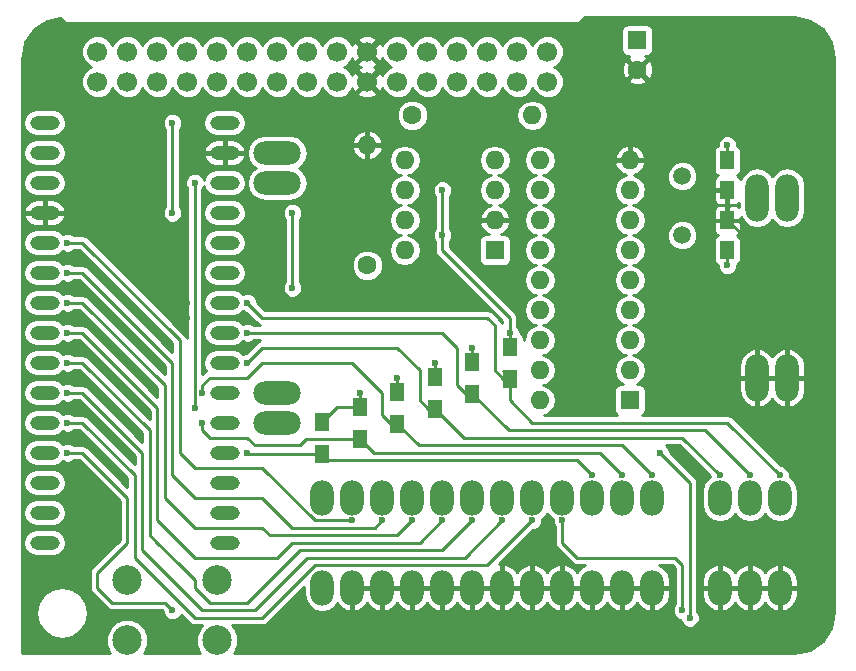
<source format=gbr>
G04 #@! TF.FileFunction,Copper,L1,Top,Signal*
%FSLAX46Y46*%
G04 Gerber Fmt 4.6, Leading zero omitted, Abs format (unit mm)*
G04 Created by KiCad (PCBNEW 4.0.6) date 12/04/17 18:38:42*
%MOMM*%
%LPD*%
G01*
G04 APERTURE LIST*
%ADD10C,0.050000*%
%ADD11R,1.250000X1.500000*%
%ADD12C,1.700000*%
%ADD13R,1.300000X1.500000*%
%ADD14C,1.600000*%
%ADD15O,1.600000X1.600000*%
%ADD16O,2.500000X1.200000*%
%ADD17R,1.600000X1.600000*%
%ADD18C,2.500000*%
%ADD19O,2.000000X3.000000*%
%ADD20C,1.500000*%
%ADD21O,2.000000X4.000000*%
%ADD22O,4.000000X2.000000*%
%ADD23C,0.600000*%
%ADD24C,0.250000*%
%ADD25C,0.254000*%
G04 APERTURE END LIST*
D10*
D11*
X158385000Y-75180000D03*
X158385000Y-72680000D03*
X158385000Y-67600000D03*
X158385000Y-70100000D03*
D12*
X105050000Y-58390000D03*
X105050000Y-60930000D03*
X107590000Y-58390000D03*
X107590000Y-60930000D03*
X110130000Y-58390000D03*
X110130000Y-60930000D03*
X112670000Y-58390000D03*
X112670000Y-60930000D03*
X115210000Y-58390000D03*
X115210000Y-60930000D03*
X117750000Y-58390000D03*
X117750000Y-60930000D03*
X120290000Y-58390000D03*
X120290000Y-60930000D03*
X122830000Y-58390000D03*
X122830000Y-60930000D03*
X125370000Y-58390000D03*
X125370000Y-60930000D03*
X127910000Y-58390000D03*
X127910000Y-60930000D03*
X130450000Y-58390000D03*
X130450000Y-60930000D03*
X132990000Y-58390000D03*
X132990000Y-60930000D03*
X135530000Y-58390000D03*
X135530000Y-60930000D03*
X138070000Y-58390000D03*
X138070000Y-60930000D03*
X140610000Y-58390000D03*
X140610000Y-60930000D03*
X143150000Y-58390000D03*
X143150000Y-60930000D03*
D13*
X139970000Y-83375000D03*
X139970000Y-86075000D03*
X136795000Y-84645000D03*
X136795000Y-87345000D03*
X133620000Y-85915000D03*
X133620000Y-88615000D03*
X130445000Y-87185000D03*
X130445000Y-89885000D03*
X127270000Y-88455000D03*
X127270000Y-91155000D03*
X124095000Y-89725000D03*
X124095000Y-92425000D03*
D14*
X127905000Y-76470000D03*
D15*
X127905000Y-66310000D03*
D14*
X131715000Y-63770000D03*
D15*
X141875000Y-63770000D03*
D16*
X100600000Y-64405000D03*
X100600000Y-66945000D03*
X100600000Y-69485000D03*
X100600000Y-72025000D03*
X100600000Y-74565000D03*
X100600000Y-77105000D03*
X100600000Y-79645000D03*
X100600000Y-82185000D03*
X100600000Y-84725000D03*
X100600000Y-87265000D03*
X100600000Y-89805000D03*
X100600000Y-92345000D03*
X100600000Y-94885000D03*
X100600000Y-97425000D03*
X100600000Y-99965000D03*
X115840000Y-99965000D03*
X115840000Y-97425000D03*
X115840000Y-94885000D03*
X115840000Y-92345000D03*
X115840000Y-89805000D03*
X115840000Y-87265000D03*
X115840000Y-84725000D03*
X115840000Y-82185000D03*
X115840000Y-79645000D03*
X115840000Y-77105000D03*
X115840000Y-74565000D03*
X115840000Y-72025000D03*
X115840000Y-69485000D03*
X115840000Y-66945000D03*
X115840000Y-64405000D03*
D17*
X150130000Y-87900000D03*
D15*
X142510000Y-67580000D03*
X150130000Y-85360000D03*
X142510000Y-70120000D03*
X150130000Y-82820000D03*
X142510000Y-72660000D03*
X150130000Y-80280000D03*
X142510000Y-75200000D03*
X150130000Y-77740000D03*
X142510000Y-77740000D03*
X150130000Y-75200000D03*
X142510000Y-80280000D03*
X150130000Y-72660000D03*
X142510000Y-82820000D03*
X150130000Y-70120000D03*
X142510000Y-85360000D03*
X150130000Y-67580000D03*
X142510000Y-87900000D03*
D17*
X138700000Y-75200000D03*
D15*
X131080000Y-67580000D03*
X138700000Y-72660000D03*
X131080000Y-70120000D03*
X138700000Y-70120000D03*
X131080000Y-72660000D03*
X138700000Y-67580000D03*
X131080000Y-75200000D03*
D18*
X107585000Y-108220000D03*
X115205000Y-108220000D03*
X115205000Y-103140000D03*
X107585000Y-103140000D03*
D19*
X124095000Y-103775000D03*
X126635000Y-103775000D03*
X129175000Y-103775000D03*
X131715000Y-103775000D03*
X134255000Y-103775000D03*
X136795000Y-103775000D03*
X139335000Y-103775000D03*
X141875000Y-103775000D03*
X144415000Y-103775000D03*
X146955000Y-103775000D03*
X149495000Y-103775000D03*
X152035000Y-103775000D03*
X152035000Y-96155000D03*
X149495000Y-96155000D03*
X146955000Y-96155000D03*
X144415000Y-96155000D03*
X141875000Y-96155000D03*
X139335000Y-96155000D03*
X136795000Y-96155000D03*
X134255000Y-96155000D03*
X131715000Y-96155000D03*
X129175000Y-96155000D03*
X126635000Y-96155000D03*
X124095000Y-96155000D03*
X157750000Y-103775000D03*
X160290000Y-103775000D03*
X162830000Y-103775000D03*
X162830000Y-96155000D03*
X160290000Y-96155000D03*
X157750000Y-96155000D03*
D20*
X154575000Y-73930000D03*
X154575000Y-68930000D03*
D21*
X163465000Y-70755000D03*
X160925000Y-70755000D03*
X163465000Y-85995000D03*
X160925000Y-85995000D03*
D22*
X120285000Y-69485000D03*
X120285000Y-66945000D03*
X120285000Y-87265000D03*
X120285000Y-89805000D03*
D17*
X150765000Y-57420000D03*
D14*
X150765000Y-59920000D03*
D23*
X158385000Y-76470000D03*
X111395000Y-80915000D03*
X112665000Y-80915000D03*
X112665000Y-79645000D03*
X111395000Y-79645000D03*
X104410000Y-101870000D03*
X109490000Y-106315000D03*
X128540000Y-63135000D03*
X128540000Y-64405000D03*
X127270000Y-64405000D03*
X127270000Y-63135000D03*
X102505000Y-72025000D03*
X108855000Y-66945000D03*
X107585000Y-66945000D03*
X106315000Y-66945000D03*
X110125000Y-66945000D03*
X162195000Y-76470000D03*
X162195000Y-75200000D03*
X160925000Y-76470000D03*
X160925000Y-75200000D03*
X158385000Y-66310000D03*
X134255000Y-73930000D03*
X111395000Y-64405000D03*
X111395000Y-72025000D03*
X134255000Y-70120000D03*
X139970000Y-82185000D03*
X136795000Y-83455000D03*
X133620000Y-84725000D03*
X130445000Y-85995000D03*
X127270000Y-87265000D03*
X162830000Y-94250000D03*
X117745000Y-79645000D03*
X117745000Y-82185000D03*
X160290000Y-94250000D03*
X117745000Y-84725000D03*
X157750000Y-94250000D03*
X113935000Y-87265000D03*
X152035000Y-94250000D03*
X113935000Y-89805000D03*
X149495000Y-94250000D03*
X117745000Y-92345000D03*
X146955000Y-94250000D03*
X121555000Y-72025000D03*
X121555000Y-78375000D03*
X126635000Y-98060000D03*
X102505000Y-74565000D03*
X129175000Y-98060000D03*
X102505000Y-77105000D03*
X131715000Y-98060000D03*
X102505000Y-79645000D03*
X134255000Y-98060000D03*
X102505000Y-82185000D03*
X136795000Y-98060000D03*
X102505000Y-84725000D03*
X139335000Y-98060000D03*
X102505000Y-87265000D03*
X141875000Y-98060000D03*
X102505000Y-89805000D03*
X111395000Y-105680000D03*
X144415000Y-98060000D03*
X102505000Y-92345000D03*
X154575000Y-105680000D03*
X113300000Y-69485000D03*
X113300000Y-88535000D03*
X155210000Y-106315000D03*
X152670000Y-92345000D03*
D24*
X158385000Y-75180000D02*
X158385000Y-76470000D01*
X111395000Y-79645000D02*
X111395000Y-75200000D01*
X111395000Y-75200000D02*
X106315000Y-70120000D01*
X112665000Y-80915000D02*
X111395000Y-80915000D01*
X111395000Y-79645000D02*
X112665000Y-79645000D01*
X104410000Y-104410000D02*
X104410000Y-101870000D01*
X106315000Y-106315000D02*
X104410000Y-104410000D01*
X109490000Y-106315000D02*
X106315000Y-106315000D01*
X127270000Y-63135000D02*
X110125000Y-63135000D01*
X108855000Y-64405000D02*
X108855000Y-66945000D01*
X110125000Y-63135000D02*
X108855000Y-64405000D01*
X128540000Y-64405000D02*
X128540000Y-63135000D01*
X127270000Y-63135000D02*
X127270000Y-64405000D01*
X104410000Y-72025000D02*
X106315000Y-70120000D01*
X102505000Y-72025000D02*
X104410000Y-72025000D01*
X106315000Y-70120000D02*
X106315000Y-66945000D01*
X107585000Y-66945000D02*
X106315000Y-66945000D01*
X110125000Y-66945000D02*
X108855000Y-66945000D01*
X162195000Y-75200000D02*
X162195000Y-76470000D01*
X158385000Y-72680000D02*
X158405000Y-72680000D01*
X158405000Y-72680000D02*
X160925000Y-75200000D01*
X158385000Y-70100000D02*
X158385000Y-72680000D01*
X158385000Y-67600000D02*
X158385000Y-66310000D01*
X111395000Y-69485000D02*
X111395000Y-72025000D01*
X111395000Y-64405000D02*
X111395000Y-69485000D01*
X139970000Y-82185000D02*
X139970000Y-80915000D01*
X139970000Y-80915000D02*
X134255000Y-75200000D01*
X134255000Y-75200000D02*
X134255000Y-73930000D01*
X134255000Y-73930000D02*
X134255000Y-70120000D01*
X139970000Y-82185000D02*
X139970000Y-83375000D01*
X136795000Y-83455000D02*
X136795000Y-84645000D01*
X133620000Y-84725000D02*
X133620000Y-85915000D01*
X130445000Y-87185000D02*
X130445000Y-85995000D01*
X127270000Y-87265000D02*
X127270000Y-88455000D01*
X124095000Y-89725000D02*
X125365000Y-88455000D01*
X125365000Y-88455000D02*
X127270000Y-88455000D01*
X139970000Y-86075000D02*
X139970000Y-87900000D01*
X141875000Y-89805000D02*
X139970000Y-87900000D01*
X162830000Y-94250000D02*
X158385000Y-89805000D01*
X158385000Y-89805000D02*
X141875000Y-89805000D01*
X138700000Y-84725000D02*
X138700000Y-85360000D01*
X119015000Y-80915000D02*
X117745000Y-79645000D01*
X138700000Y-81550000D02*
X138065000Y-80915000D01*
X138700000Y-84725000D02*
X138700000Y-81550000D01*
X138065000Y-80915000D02*
X119015000Y-80915000D01*
X138700000Y-85360000D02*
X139415000Y-86075000D01*
X139415000Y-86075000D02*
X139970000Y-86075000D01*
X139970000Y-85440000D02*
X139415000Y-85440000D01*
X136795000Y-87345000D02*
X136240000Y-87345000D01*
X136240000Y-87345000D02*
X135525000Y-86630000D01*
X134255000Y-82185000D02*
X117745000Y-82185000D01*
X135525000Y-83455000D02*
X134255000Y-82185000D01*
X135525000Y-86630000D02*
X135525000Y-83455000D01*
X139970000Y-90440000D02*
X139890000Y-90440000D01*
X156480000Y-90440000D02*
X139970000Y-90440000D01*
X160290000Y-94250000D02*
X156480000Y-90440000D01*
X139890000Y-90440000D02*
X136795000Y-87345000D01*
X132350000Y-87900000D02*
X132350000Y-85360000D01*
X132350000Y-85360000D02*
X130445000Y-83455000D01*
X132350000Y-87900000D02*
X133065000Y-88615000D01*
X119015000Y-83455000D02*
X130445000Y-83455000D01*
X117745000Y-84725000D02*
X119015000Y-83455000D01*
X133620000Y-88615000D02*
X133065000Y-88615000D01*
X139970000Y-91075000D02*
X136080000Y-91075000D01*
X154575000Y-91075000D02*
X139970000Y-91075000D01*
X157750000Y-94250000D02*
X154575000Y-91075000D01*
X136080000Y-91075000D02*
X133620000Y-88615000D01*
X117745000Y-85995000D02*
X114570000Y-85995000D01*
X119015000Y-84725000D02*
X126635000Y-84725000D01*
X118380000Y-85360000D02*
X117745000Y-85995000D01*
X129175000Y-89170000D02*
X129175000Y-87265000D01*
X129175000Y-87265000D02*
X126635000Y-84725000D01*
X129890000Y-89885000D02*
X129175000Y-89170000D01*
X118380000Y-85360000D02*
X119015000Y-84725000D01*
X113935000Y-86630000D02*
X113935000Y-87265000D01*
X114570000Y-85995000D02*
X113935000Y-86630000D01*
X130445000Y-89885000D02*
X129890000Y-89885000D01*
X139970000Y-91710000D02*
X132270000Y-91710000D01*
X149495000Y-91710000D02*
X139970000Y-91710000D01*
X152035000Y-94250000D02*
X149495000Y-91710000D01*
X132270000Y-91710000D02*
X130445000Y-89885000D01*
X117745000Y-91075000D02*
X114570000Y-91075000D01*
X124175000Y-91155000D02*
X122745000Y-91155000D01*
X122745000Y-91155000D02*
X122190000Y-91710000D01*
X122190000Y-91710000D02*
X118380000Y-91710000D01*
X118380000Y-91710000D02*
X117745000Y-91075000D01*
X127270000Y-91155000D02*
X124175000Y-91155000D01*
X113935000Y-90440000D02*
X113935000Y-89805000D01*
X114570000Y-91075000D02*
X113935000Y-90440000D01*
X139970000Y-92345000D02*
X128460000Y-92345000D01*
X147590000Y-92345000D02*
X139970000Y-92345000D01*
X149495000Y-94250000D02*
X147590000Y-92345000D01*
X128460000Y-92345000D02*
X127270000Y-91155000D01*
X124095000Y-92425000D02*
X117825000Y-92425000D01*
X117825000Y-92425000D02*
X117745000Y-92345000D01*
X124650000Y-92980000D02*
X139970000Y-92980000D01*
X146955000Y-94250000D02*
X145685000Y-92980000D01*
X145685000Y-92980000D02*
X139970000Y-92980000D01*
X124650000Y-92980000D02*
X124095000Y-92425000D01*
X121555000Y-78375000D02*
X121555000Y-72025000D01*
X103775000Y-74565000D02*
X102505000Y-74565000D01*
X112030000Y-82820000D02*
X103775000Y-74565000D01*
X112030000Y-89805000D02*
X112030000Y-92345000D01*
X113300000Y-93615000D02*
X112030000Y-92345000D01*
X123460000Y-98060000D02*
X119015000Y-93615000D01*
X119015000Y-93615000D02*
X113935000Y-93615000D01*
X124730000Y-98060000D02*
X126635000Y-98060000D01*
X124730000Y-98060000D02*
X123460000Y-98060000D01*
X113935000Y-93615000D02*
X113300000Y-93615000D01*
X112030000Y-89805000D02*
X112030000Y-82820000D01*
X103775000Y-77105000D02*
X102505000Y-77105000D01*
X111395000Y-84725000D02*
X103775000Y-77105000D01*
X111395000Y-91075000D02*
X111395000Y-94250000D01*
X121555000Y-98695000D02*
X119015000Y-96155000D01*
X119015000Y-96155000D02*
X113935000Y-96155000D01*
X128540000Y-98695000D02*
X124730000Y-98695000D01*
X129175000Y-98060000D02*
X128540000Y-98695000D01*
X124730000Y-98695000D02*
X121555000Y-98695000D01*
X113300000Y-96155000D02*
X113935000Y-96155000D01*
X111395000Y-94250000D02*
X113300000Y-96155000D01*
X111395000Y-91075000D02*
X111395000Y-84725000D01*
X103775000Y-79645000D02*
X102505000Y-79645000D01*
X110760000Y-86630000D02*
X103775000Y-79645000D01*
X110760000Y-92345000D02*
X110760000Y-96155000D01*
X110760000Y-96155000D02*
X113300000Y-98695000D01*
X113300000Y-98695000D02*
X114570000Y-98695000D01*
X119650000Y-99330000D02*
X119015000Y-98695000D01*
X130445000Y-99330000D02*
X124730000Y-99330000D01*
X131715000Y-98060000D02*
X130445000Y-99330000D01*
X124730000Y-99330000D02*
X119650000Y-99330000D01*
X119015000Y-98695000D02*
X114570000Y-98695000D01*
X110760000Y-92345000D02*
X110760000Y-86630000D01*
X103775000Y-82185000D02*
X102505000Y-82185000D01*
X110125000Y-88535000D02*
X103775000Y-82185000D01*
X110125000Y-93615000D02*
X110125000Y-98060000D01*
X124730000Y-99965000D02*
X121555000Y-99965000D01*
X132350000Y-99965000D02*
X124730000Y-99965000D01*
X134255000Y-98060000D02*
X132350000Y-99965000D01*
X121555000Y-99965000D02*
X120285000Y-101235000D01*
X113300000Y-101235000D02*
X120285000Y-101235000D01*
X110125000Y-98060000D02*
X113300000Y-101235000D01*
X110125000Y-93615000D02*
X110125000Y-88535000D01*
X103775000Y-84725000D02*
X102505000Y-84725000D01*
X109490000Y-90440000D02*
X103775000Y-84725000D01*
X112030000Y-101870000D02*
X113300000Y-103140000D01*
X109490000Y-95520000D02*
X109490000Y-96790000D01*
X110125000Y-99965000D02*
X109490000Y-99330000D01*
X109490000Y-99330000D02*
X109490000Y-96790000D01*
X112030000Y-101870000D02*
X110125000Y-99965000D01*
X109490000Y-94885000D02*
X109490000Y-95520000D01*
X113300000Y-103775000D02*
X114570000Y-105045000D01*
X113300000Y-103140000D02*
X113300000Y-103775000D01*
X115840000Y-105045000D02*
X114570000Y-105045000D01*
X122190000Y-100600000D02*
X117745000Y-105045000D01*
X117745000Y-105045000D02*
X115840000Y-105045000D01*
X136795000Y-98060000D02*
X134255000Y-100600000D01*
X134255000Y-100600000D02*
X124730000Y-100600000D01*
X124730000Y-100600000D02*
X122190000Y-100600000D01*
X109490000Y-94885000D02*
X109490000Y-90440000D01*
X103775000Y-87265000D02*
X102505000Y-87265000D01*
X108855000Y-92345000D02*
X103775000Y-87265000D01*
X113935000Y-105680000D02*
X110760000Y-102505000D01*
X110760000Y-102505000D02*
X108855000Y-100600000D01*
X108855000Y-100600000D02*
X108855000Y-98695000D01*
X108855000Y-98695000D02*
X108855000Y-96155000D01*
X115840000Y-105680000D02*
X113935000Y-105680000D01*
X124730000Y-101235000D02*
X122825000Y-101235000D01*
X136160000Y-101235000D02*
X124730000Y-101235000D01*
X139335000Y-98060000D02*
X136160000Y-101235000D01*
X118380000Y-105680000D02*
X115840000Y-105680000D01*
X122825000Y-101235000D02*
X118380000Y-105680000D01*
X108855000Y-96155000D02*
X108855000Y-92345000D01*
X103775000Y-89805000D02*
X102505000Y-89805000D01*
X108220000Y-94250000D02*
X103775000Y-89805000D01*
X108220000Y-97425000D02*
X108220000Y-98695000D01*
X113300000Y-106315000D02*
X108220000Y-101235000D01*
X108220000Y-101235000D02*
X108220000Y-98695000D01*
X123460000Y-101870000D02*
X119015000Y-106315000D01*
X119015000Y-106315000D02*
X115840000Y-106315000D01*
X141875000Y-98060000D02*
X138065000Y-101870000D01*
X138065000Y-101870000D02*
X124730000Y-101870000D01*
X124730000Y-101870000D02*
X123460000Y-101870000D01*
X115840000Y-106315000D02*
X113300000Y-106315000D01*
X108220000Y-97425000D02*
X108220000Y-94250000D01*
X111395000Y-105680000D02*
X110760000Y-105045000D01*
X145685000Y-101235000D02*
X153940000Y-101235000D01*
X153940000Y-101235000D02*
X154575000Y-101870000D01*
X144415000Y-99965000D02*
X144415000Y-98060000D01*
X145685000Y-101235000D02*
X144415000Y-99965000D01*
X105045000Y-102505000D02*
X107585000Y-99965000D01*
X107585000Y-99965000D02*
X107585000Y-96155000D01*
X107585000Y-96155000D02*
X103775000Y-92345000D01*
X103775000Y-92345000D02*
X102505000Y-92345000D01*
X154575000Y-105680000D02*
X154575000Y-101870000D01*
X105045000Y-103775000D02*
X105045000Y-102505000D01*
X106315000Y-105045000D02*
X105045000Y-103775000D01*
X108855000Y-105045000D02*
X106315000Y-105045000D01*
X110760000Y-105045000D02*
X108855000Y-105045000D01*
X113300000Y-69485000D02*
X113300000Y-88535000D01*
X155210000Y-100600000D02*
X155210000Y-94885000D01*
X155210000Y-106315000D02*
X155210000Y-100600000D01*
X155210000Y-94885000D02*
X152670000Y-92345000D01*
D25*
G36*
X165355845Y-55751554D02*
X166454410Y-56485592D01*
X167188446Y-57584155D01*
X167458000Y-58939294D01*
X167458000Y-105820706D01*
X167188446Y-107175845D01*
X166454410Y-108274408D01*
X165355845Y-109008446D01*
X164000707Y-109278000D01*
X116660404Y-109278000D01*
X116710588Y-109227904D01*
X116981690Y-108575018D01*
X116982307Y-107868084D01*
X116712345Y-107214726D01*
X116465051Y-106967000D01*
X119014995Y-106967000D01*
X119015000Y-106967001D01*
X119223113Y-106925604D01*
X119264510Y-106917369D01*
X119476034Y-106776034D01*
X122568000Y-103684067D01*
X122568000Y-104314711D01*
X122684236Y-104899069D01*
X123015248Y-105394463D01*
X123510642Y-105725475D01*
X124095000Y-105841711D01*
X124679358Y-105725475D01*
X125174752Y-105394463D01*
X125375667Y-105093773D01*
X125606867Y-105406371D01*
X126118086Y-105713700D01*
X126324296Y-105770056D01*
X126562000Y-105668339D01*
X126562000Y-103848000D01*
X126708000Y-103848000D01*
X126708000Y-105668339D01*
X126945704Y-105770056D01*
X127151914Y-105713700D01*
X127663133Y-105406371D01*
X127905000Y-105079352D01*
X128146867Y-105406371D01*
X128658086Y-105713700D01*
X128864296Y-105770056D01*
X129102000Y-105668339D01*
X129102000Y-103848000D01*
X129248000Y-103848000D01*
X129248000Y-105668339D01*
X129485704Y-105770056D01*
X129691914Y-105713700D01*
X130203133Y-105406371D01*
X130445000Y-105079352D01*
X130686867Y-105406371D01*
X131198086Y-105713700D01*
X131404296Y-105770056D01*
X131642000Y-105668339D01*
X131642000Y-103848000D01*
X131788000Y-103848000D01*
X131788000Y-105668339D01*
X132025704Y-105770056D01*
X132231914Y-105713700D01*
X132743133Y-105406371D01*
X132985000Y-105079352D01*
X133226867Y-105406371D01*
X133738086Y-105713700D01*
X133944296Y-105770056D01*
X134182000Y-105668339D01*
X134182000Y-103848000D01*
X134328000Y-103848000D01*
X134328000Y-105668339D01*
X134565704Y-105770056D01*
X134771914Y-105713700D01*
X135283133Y-105406371D01*
X135525000Y-105079352D01*
X135766867Y-105406371D01*
X136278086Y-105713700D01*
X136484296Y-105770056D01*
X136722000Y-105668339D01*
X136722000Y-103848000D01*
X136868000Y-103848000D01*
X136868000Y-105668339D01*
X137105704Y-105770056D01*
X137311914Y-105713700D01*
X137823133Y-105406371D01*
X138065000Y-105079352D01*
X138306867Y-105406371D01*
X138818086Y-105713700D01*
X139024296Y-105770056D01*
X139262000Y-105668339D01*
X139262000Y-103848000D01*
X139408000Y-103848000D01*
X139408000Y-105668339D01*
X139645704Y-105770056D01*
X139851914Y-105713700D01*
X140363133Y-105406371D01*
X140605000Y-105079352D01*
X140846867Y-105406371D01*
X141358086Y-105713700D01*
X141564296Y-105770056D01*
X141802000Y-105668339D01*
X141802000Y-103848000D01*
X141948000Y-103848000D01*
X141948000Y-105668339D01*
X142185704Y-105770056D01*
X142391914Y-105713700D01*
X142903133Y-105406371D01*
X143145000Y-105079352D01*
X143386867Y-105406371D01*
X143898086Y-105713700D01*
X144104296Y-105770056D01*
X144342000Y-105668339D01*
X144342000Y-103848000D01*
X144488000Y-103848000D01*
X144488000Y-105668339D01*
X144725704Y-105770056D01*
X144931914Y-105713700D01*
X145443133Y-105406371D01*
X145685000Y-105079352D01*
X145926867Y-105406371D01*
X146438086Y-105713700D01*
X146644296Y-105770056D01*
X146882000Y-105668339D01*
X146882000Y-103848000D01*
X147028000Y-103848000D01*
X147028000Y-105668339D01*
X147265704Y-105770056D01*
X147471914Y-105713700D01*
X147983133Y-105406371D01*
X148225000Y-105079352D01*
X148466867Y-105406371D01*
X148978086Y-105713700D01*
X149184296Y-105770056D01*
X149422000Y-105668339D01*
X149422000Y-103848000D01*
X149568000Y-103848000D01*
X149568000Y-105668339D01*
X149805704Y-105770056D01*
X150011914Y-105713700D01*
X150523133Y-105406371D01*
X150765000Y-105079352D01*
X151006867Y-105406371D01*
X151518086Y-105713700D01*
X151724296Y-105770056D01*
X151962000Y-105668339D01*
X151962000Y-103848000D01*
X152108000Y-103848000D01*
X152108000Y-105668339D01*
X152345704Y-105770056D01*
X152551914Y-105713700D01*
X153063133Y-105406371D01*
X153417828Y-104926801D01*
X153562000Y-104348000D01*
X153562000Y-103848000D01*
X152108000Y-103848000D01*
X151962000Y-103848000D01*
X149568000Y-103848000D01*
X149422000Y-103848000D01*
X147028000Y-103848000D01*
X146882000Y-103848000D01*
X144488000Y-103848000D01*
X144342000Y-103848000D01*
X141948000Y-103848000D01*
X141802000Y-103848000D01*
X139408000Y-103848000D01*
X139262000Y-103848000D01*
X136868000Y-103848000D01*
X136722000Y-103848000D01*
X134328000Y-103848000D01*
X134182000Y-103848000D01*
X131788000Y-103848000D01*
X131642000Y-103848000D01*
X129248000Y-103848000D01*
X129102000Y-103848000D01*
X126708000Y-103848000D01*
X126562000Y-103848000D01*
X126542000Y-103848000D01*
X126542000Y-103702000D01*
X126562000Y-103702000D01*
X126562000Y-103682000D01*
X126708000Y-103682000D01*
X126708000Y-103702000D01*
X129102000Y-103702000D01*
X129102000Y-103682000D01*
X129248000Y-103682000D01*
X129248000Y-103702000D01*
X131642000Y-103702000D01*
X131642000Y-103682000D01*
X131788000Y-103682000D01*
X131788000Y-103702000D01*
X134182000Y-103702000D01*
X134182000Y-103682000D01*
X134328000Y-103682000D01*
X134328000Y-103702000D01*
X136722000Y-103702000D01*
X136722000Y-103682000D01*
X136868000Y-103682000D01*
X136868000Y-103702000D01*
X139262000Y-103702000D01*
X139262000Y-101881661D01*
X139408000Y-101881661D01*
X139408000Y-103702000D01*
X141802000Y-103702000D01*
X141802000Y-101881661D01*
X141948000Y-101881661D01*
X141948000Y-103702000D01*
X144342000Y-103702000D01*
X144342000Y-101881661D01*
X144104296Y-101779944D01*
X143898086Y-101836300D01*
X143386867Y-102143629D01*
X143145000Y-102470648D01*
X142903133Y-102143629D01*
X142391914Y-101836300D01*
X142185704Y-101779944D01*
X141948000Y-101881661D01*
X141802000Y-101881661D01*
X141564296Y-101779944D01*
X141358086Y-101836300D01*
X140846867Y-102143629D01*
X140605000Y-102470648D01*
X140363133Y-102143629D01*
X139851914Y-101836300D01*
X139645704Y-101779944D01*
X139408000Y-101881661D01*
X139262000Y-101881661D01*
X139061293Y-101795775D01*
X141969984Y-98887083D01*
X142038779Y-98887143D01*
X142342846Y-98761505D01*
X142575688Y-98529070D01*
X142701856Y-98225222D01*
X142702102Y-97943279D01*
X142954752Y-97774463D01*
X143145000Y-97489737D01*
X143335248Y-97774463D01*
X143588102Y-97943415D01*
X143587857Y-98223779D01*
X143713495Y-98527846D01*
X143763000Y-98577438D01*
X143763000Y-99964995D01*
X143762999Y-99965000D01*
X143797604Y-100138966D01*
X143812631Y-100214510D01*
X143903490Y-100350491D01*
X143953966Y-100426034D01*
X145223964Y-101696031D01*
X145223966Y-101696034D01*
X145435490Y-101837369D01*
X145685000Y-101887000D01*
X146353750Y-101887000D01*
X145926867Y-102143629D01*
X145685000Y-102470648D01*
X145443133Y-102143629D01*
X144931914Y-101836300D01*
X144725704Y-101779944D01*
X144488000Y-101881661D01*
X144488000Y-103702000D01*
X146882000Y-103702000D01*
X146882000Y-103682000D01*
X147028000Y-103682000D01*
X147028000Y-103702000D01*
X149422000Y-103702000D01*
X149422000Y-103682000D01*
X149568000Y-103682000D01*
X149568000Y-103702000D01*
X151962000Y-103702000D01*
X151962000Y-103682000D01*
X152108000Y-103682000D01*
X152108000Y-103702000D01*
X153562000Y-103702000D01*
X153562000Y-103202000D01*
X153417828Y-102623199D01*
X153063133Y-102143629D01*
X152636250Y-101887000D01*
X153669932Y-101887000D01*
X153923000Y-102140067D01*
X153923000Y-105162327D01*
X153874312Y-105210930D01*
X153748144Y-105514778D01*
X153747857Y-105843779D01*
X153873495Y-106147846D01*
X154105930Y-106380688D01*
X154391285Y-106499177D01*
X154508495Y-106782846D01*
X154740930Y-107015688D01*
X155044778Y-107141856D01*
X155373779Y-107142143D01*
X155677846Y-107016505D01*
X155910688Y-106784070D01*
X156036856Y-106480222D01*
X156037143Y-106151221D01*
X155911505Y-105847154D01*
X155862000Y-105797562D01*
X155862000Y-103848000D01*
X156223000Y-103848000D01*
X156223000Y-104348000D01*
X156367172Y-104926801D01*
X156721867Y-105406371D01*
X157233086Y-105713700D01*
X157439296Y-105770056D01*
X157677000Y-105668339D01*
X157677000Y-103848000D01*
X157823000Y-103848000D01*
X157823000Y-105668339D01*
X158060704Y-105770056D01*
X158266914Y-105713700D01*
X158778133Y-105406371D01*
X159020000Y-105079352D01*
X159261867Y-105406371D01*
X159773086Y-105713700D01*
X159979296Y-105770056D01*
X160217000Y-105668339D01*
X160217000Y-103848000D01*
X160363000Y-103848000D01*
X160363000Y-105668339D01*
X160600704Y-105770056D01*
X160806914Y-105713700D01*
X161318133Y-105406371D01*
X161560000Y-105079352D01*
X161801867Y-105406371D01*
X162313086Y-105713700D01*
X162519296Y-105770056D01*
X162757000Y-105668339D01*
X162757000Y-103848000D01*
X162903000Y-103848000D01*
X162903000Y-105668339D01*
X163140704Y-105770056D01*
X163346914Y-105713700D01*
X163858133Y-105406371D01*
X164212828Y-104926801D01*
X164357000Y-104348000D01*
X164357000Y-103848000D01*
X162903000Y-103848000D01*
X162757000Y-103848000D01*
X160363000Y-103848000D01*
X160217000Y-103848000D01*
X157823000Y-103848000D01*
X157677000Y-103848000D01*
X156223000Y-103848000D01*
X155862000Y-103848000D01*
X155862000Y-103202000D01*
X156223000Y-103202000D01*
X156223000Y-103702000D01*
X157677000Y-103702000D01*
X157677000Y-101881661D01*
X157823000Y-101881661D01*
X157823000Y-103702000D01*
X160217000Y-103702000D01*
X160217000Y-101881661D01*
X160363000Y-101881661D01*
X160363000Y-103702000D01*
X162757000Y-103702000D01*
X162757000Y-101881661D01*
X162903000Y-101881661D01*
X162903000Y-103702000D01*
X164357000Y-103702000D01*
X164357000Y-103202000D01*
X164212828Y-102623199D01*
X163858133Y-102143629D01*
X163346914Y-101836300D01*
X163140704Y-101779944D01*
X162903000Y-101881661D01*
X162757000Y-101881661D01*
X162519296Y-101779944D01*
X162313086Y-101836300D01*
X161801867Y-102143629D01*
X161560000Y-102470648D01*
X161318133Y-102143629D01*
X160806914Y-101836300D01*
X160600704Y-101779944D01*
X160363000Y-101881661D01*
X160217000Y-101881661D01*
X159979296Y-101779944D01*
X159773086Y-101836300D01*
X159261867Y-102143629D01*
X159020000Y-102470648D01*
X158778133Y-102143629D01*
X158266914Y-101836300D01*
X158060704Y-101779944D01*
X157823000Y-101881661D01*
X157677000Y-101881661D01*
X157439296Y-101779944D01*
X157233086Y-101836300D01*
X156721867Y-102143629D01*
X156367172Y-102623199D01*
X156223000Y-103202000D01*
X155862000Y-103202000D01*
X155862000Y-94885000D01*
X155812369Y-94635490D01*
X155671034Y-94423966D01*
X155671031Y-94423964D01*
X153497083Y-92250015D01*
X153497143Y-92181221D01*
X153371505Y-91877154D01*
X153221613Y-91727000D01*
X154304932Y-91727000D01*
X156922917Y-94344985D01*
X156922898Y-94366721D01*
X156670248Y-94535537D01*
X156339236Y-95030931D01*
X156223000Y-95615289D01*
X156223000Y-96694711D01*
X156339236Y-97279069D01*
X156670248Y-97774463D01*
X157165642Y-98105475D01*
X157750000Y-98221711D01*
X158334358Y-98105475D01*
X158829752Y-97774463D01*
X159020000Y-97489737D01*
X159210248Y-97774463D01*
X159705642Y-98105475D01*
X160290000Y-98221711D01*
X160874358Y-98105475D01*
X161369752Y-97774463D01*
X161560000Y-97489737D01*
X161750248Y-97774463D01*
X162245642Y-98105475D01*
X162830000Y-98221711D01*
X163414358Y-98105475D01*
X163909752Y-97774463D01*
X164240764Y-97279069D01*
X164357000Y-96694711D01*
X164357000Y-95615289D01*
X164240764Y-95030931D01*
X163909752Y-94535537D01*
X163656898Y-94366585D01*
X163657143Y-94086221D01*
X163531505Y-93782154D01*
X163299070Y-93549312D01*
X162995222Y-93423144D01*
X162925150Y-93423083D01*
X158846034Y-89343966D01*
X158730847Y-89267001D01*
X158634510Y-89202631D01*
X158593113Y-89194396D01*
X158385000Y-89152999D01*
X158384995Y-89153000D01*
X151199231Y-89153000D01*
X151304660Y-89085158D01*
X151424990Y-88909049D01*
X151467324Y-88700000D01*
X151467324Y-87100000D01*
X151430577Y-86904706D01*
X151315158Y-86725340D01*
X151139049Y-86605010D01*
X150930000Y-86562676D01*
X150698707Y-86562676D01*
X151094328Y-86298331D01*
X151248229Y-86068000D01*
X159398000Y-86068000D01*
X159398000Y-87068000D01*
X159542172Y-87646801D01*
X159896867Y-88126371D01*
X160408086Y-88433700D01*
X160614296Y-88490056D01*
X160852000Y-88388339D01*
X160852000Y-86068000D01*
X160998000Y-86068000D01*
X160998000Y-88388339D01*
X161235704Y-88490056D01*
X161441914Y-88433700D01*
X161953133Y-88126371D01*
X162195000Y-87799352D01*
X162436867Y-88126371D01*
X162948086Y-88433700D01*
X163154296Y-88490056D01*
X163392000Y-88388339D01*
X163392000Y-86068000D01*
X163538000Y-86068000D01*
X163538000Y-88388339D01*
X163775704Y-88490056D01*
X163981914Y-88433700D01*
X164493133Y-88126371D01*
X164847828Y-87646801D01*
X164992000Y-87068000D01*
X164992000Y-86068000D01*
X163538000Y-86068000D01*
X163392000Y-86068000D01*
X160998000Y-86068000D01*
X160852000Y-86068000D01*
X159398000Y-86068000D01*
X151248229Y-86068000D01*
X151381985Y-85867821D01*
X151482997Y-85360000D01*
X151395874Y-84922000D01*
X159398000Y-84922000D01*
X159398000Y-85922000D01*
X160852000Y-85922000D01*
X160852000Y-83601661D01*
X160998000Y-83601661D01*
X160998000Y-85922000D01*
X163392000Y-85922000D01*
X163392000Y-83601661D01*
X163538000Y-83601661D01*
X163538000Y-85922000D01*
X164992000Y-85922000D01*
X164992000Y-84922000D01*
X164847828Y-84343199D01*
X164493133Y-83863629D01*
X163981914Y-83556300D01*
X163775704Y-83499944D01*
X163538000Y-83601661D01*
X163392000Y-83601661D01*
X163154296Y-83499944D01*
X162948086Y-83556300D01*
X162436867Y-83863629D01*
X162195000Y-84190648D01*
X161953133Y-83863629D01*
X161441914Y-83556300D01*
X161235704Y-83499944D01*
X160998000Y-83601661D01*
X160852000Y-83601661D01*
X160614296Y-83499944D01*
X160408086Y-83556300D01*
X159896867Y-83863629D01*
X159542172Y-84343199D01*
X159398000Y-84922000D01*
X151395874Y-84922000D01*
X151381985Y-84852179D01*
X151094328Y-84421669D01*
X150663818Y-84134012D01*
X150442555Y-84090000D01*
X150663818Y-84045988D01*
X151094328Y-83758331D01*
X151381985Y-83327821D01*
X151482997Y-82820000D01*
X151381985Y-82312179D01*
X151094328Y-81881669D01*
X150663818Y-81594012D01*
X150442555Y-81550000D01*
X150663818Y-81505988D01*
X151094328Y-81218331D01*
X151381985Y-80787821D01*
X151482997Y-80280000D01*
X151381985Y-79772179D01*
X151094328Y-79341669D01*
X150663818Y-79054012D01*
X150442555Y-79010000D01*
X150663818Y-78965988D01*
X151094328Y-78678331D01*
X151381985Y-78247821D01*
X151482997Y-77740000D01*
X151381985Y-77232179D01*
X151094328Y-76801669D01*
X150663818Y-76514012D01*
X150442555Y-76470000D01*
X150663818Y-76425988D01*
X151094328Y-76138331D01*
X151381985Y-75707821D01*
X151482997Y-75200000D01*
X151381985Y-74692179D01*
X151094328Y-74261669D01*
X150976438Y-74182897D01*
X153297779Y-74182897D01*
X153491781Y-74652417D01*
X153850693Y-75011957D01*
X154319875Y-75206778D01*
X154827897Y-75207221D01*
X155297417Y-75013219D01*
X155656957Y-74654307D01*
X155750097Y-74430000D01*
X157222676Y-74430000D01*
X157222676Y-75930000D01*
X157259423Y-76125294D01*
X157374842Y-76304660D01*
X157550951Y-76424990D01*
X157558038Y-76426425D01*
X157557857Y-76633779D01*
X157683495Y-76937846D01*
X157915930Y-77170688D01*
X158219778Y-77296856D01*
X158548779Y-77297143D01*
X158852846Y-77171505D01*
X159085688Y-76939070D01*
X159211856Y-76635222D01*
X159212038Y-76426237D01*
X159384660Y-76315158D01*
X159504990Y-76139049D01*
X159547324Y-75930000D01*
X159547324Y-74430000D01*
X159510577Y-74234706D01*
X159395158Y-74055340D01*
X159219049Y-73935010D01*
X159184706Y-73928055D01*
X159308521Y-73876769D01*
X159456769Y-73728522D01*
X159537000Y-73534827D01*
X159537000Y-72884750D01*
X159405250Y-72753000D01*
X158458000Y-72753000D01*
X158458000Y-72773000D01*
X158312000Y-72773000D01*
X158312000Y-72753000D01*
X157364750Y-72753000D01*
X157233000Y-72884750D01*
X157233000Y-73534827D01*
X157313231Y-73728522D01*
X157461479Y-73876769D01*
X157581134Y-73926332D01*
X157564706Y-73929423D01*
X157385340Y-74044842D01*
X157265010Y-74220951D01*
X157222676Y-74430000D01*
X155750097Y-74430000D01*
X155851778Y-74185125D01*
X155852221Y-73677103D01*
X155658219Y-73207583D01*
X155299307Y-72848043D01*
X154830125Y-72653222D01*
X154322103Y-72652779D01*
X153852583Y-72846781D01*
X153493043Y-73205693D01*
X153298222Y-73674875D01*
X153297779Y-74182897D01*
X150976438Y-74182897D01*
X150663818Y-73974012D01*
X150442555Y-73930000D01*
X150663818Y-73885988D01*
X151094328Y-73598331D01*
X151381985Y-73167821D01*
X151482997Y-72660000D01*
X151381985Y-72152179D01*
X151163488Y-71825173D01*
X157233000Y-71825173D01*
X157233000Y-72475250D01*
X157364750Y-72607000D01*
X158312000Y-72607000D01*
X158312000Y-71534750D01*
X158180250Y-71403000D01*
X157655173Y-71403000D01*
X157461479Y-71483231D01*
X157313231Y-71631478D01*
X157233000Y-71825173D01*
X151163488Y-71825173D01*
X151094328Y-71721669D01*
X150663818Y-71434012D01*
X150442555Y-71390000D01*
X150663818Y-71345988D01*
X151094328Y-71058331D01*
X151381985Y-70627821D01*
X151446247Y-70304750D01*
X157233000Y-70304750D01*
X157233000Y-70954827D01*
X157313231Y-71148522D01*
X157461479Y-71296769D01*
X157655173Y-71377000D01*
X158180250Y-71377000D01*
X158312000Y-71245250D01*
X158312000Y-70173000D01*
X157364750Y-70173000D01*
X157233000Y-70304750D01*
X151446247Y-70304750D01*
X151482997Y-70120000D01*
X151381985Y-69612179D01*
X151095149Y-69182897D01*
X153297779Y-69182897D01*
X153491781Y-69652417D01*
X153850693Y-70011957D01*
X154319875Y-70206778D01*
X154827897Y-70207221D01*
X155297417Y-70013219D01*
X155656957Y-69654307D01*
X155851778Y-69185125D01*
X155852221Y-68677103D01*
X155658219Y-68207583D01*
X155299307Y-67848043D01*
X154830125Y-67653222D01*
X154322103Y-67652779D01*
X153852583Y-67846781D01*
X153493043Y-68205693D01*
X153298222Y-68674875D01*
X153297779Y-69182897D01*
X151095149Y-69182897D01*
X151094328Y-69181669D01*
X150663818Y-68894012D01*
X150462981Y-68854063D01*
X150884551Y-68671603D01*
X151244853Y-68299756D01*
X151427258Y-67859376D01*
X151323019Y-67653000D01*
X150203000Y-67653000D01*
X150203000Y-67673000D01*
X150057000Y-67673000D01*
X150057000Y-67653000D01*
X148936981Y-67653000D01*
X148832742Y-67859376D01*
X149015147Y-68299756D01*
X149375449Y-68671603D01*
X149797019Y-68854063D01*
X149596182Y-68894012D01*
X149165672Y-69181669D01*
X148878015Y-69612179D01*
X148777003Y-70120000D01*
X148878015Y-70627821D01*
X149165672Y-71058331D01*
X149596182Y-71345988D01*
X149817445Y-71390000D01*
X149596182Y-71434012D01*
X149165672Y-71721669D01*
X148878015Y-72152179D01*
X148777003Y-72660000D01*
X148878015Y-73167821D01*
X149165672Y-73598331D01*
X149596182Y-73885988D01*
X149817445Y-73930000D01*
X149596182Y-73974012D01*
X149165672Y-74261669D01*
X148878015Y-74692179D01*
X148777003Y-75200000D01*
X148878015Y-75707821D01*
X149165672Y-76138331D01*
X149596182Y-76425988D01*
X149817445Y-76470000D01*
X149596182Y-76514012D01*
X149165672Y-76801669D01*
X148878015Y-77232179D01*
X148777003Y-77740000D01*
X148878015Y-78247821D01*
X149165672Y-78678331D01*
X149596182Y-78965988D01*
X149817445Y-79010000D01*
X149596182Y-79054012D01*
X149165672Y-79341669D01*
X148878015Y-79772179D01*
X148777003Y-80280000D01*
X148878015Y-80787821D01*
X149165672Y-81218331D01*
X149596182Y-81505988D01*
X149817445Y-81550000D01*
X149596182Y-81594012D01*
X149165672Y-81881669D01*
X148878015Y-82312179D01*
X148777003Y-82820000D01*
X148878015Y-83327821D01*
X149165672Y-83758331D01*
X149596182Y-84045988D01*
X149817445Y-84090000D01*
X149596182Y-84134012D01*
X149165672Y-84421669D01*
X148878015Y-84852179D01*
X148777003Y-85360000D01*
X148878015Y-85867821D01*
X149165672Y-86298331D01*
X149561293Y-86562676D01*
X149330000Y-86562676D01*
X149134706Y-86599423D01*
X148955340Y-86714842D01*
X148835010Y-86890951D01*
X148792676Y-87100000D01*
X148792676Y-88700000D01*
X148829423Y-88895294D01*
X148944842Y-89074660D01*
X149059497Y-89153000D01*
X142908020Y-89153000D01*
X143043818Y-89125988D01*
X143474328Y-88838331D01*
X143761985Y-88407821D01*
X143862997Y-87900000D01*
X143761985Y-87392179D01*
X143474328Y-86961669D01*
X143043818Y-86674012D01*
X142822555Y-86630000D01*
X143043818Y-86585988D01*
X143474328Y-86298331D01*
X143761985Y-85867821D01*
X143862997Y-85360000D01*
X143761985Y-84852179D01*
X143474328Y-84421669D01*
X143043818Y-84134012D01*
X142822555Y-84090000D01*
X143043818Y-84045988D01*
X143474328Y-83758331D01*
X143761985Y-83327821D01*
X143862997Y-82820000D01*
X143761985Y-82312179D01*
X143474328Y-81881669D01*
X143043818Y-81594012D01*
X142822555Y-81550000D01*
X143043818Y-81505988D01*
X143474328Y-81218331D01*
X143761985Y-80787821D01*
X143862997Y-80280000D01*
X143761985Y-79772179D01*
X143474328Y-79341669D01*
X143043818Y-79054012D01*
X142822555Y-79010000D01*
X143043818Y-78965988D01*
X143474328Y-78678331D01*
X143761985Y-78247821D01*
X143862997Y-77740000D01*
X143761985Y-77232179D01*
X143474328Y-76801669D01*
X143043818Y-76514012D01*
X142822555Y-76470000D01*
X143043818Y-76425988D01*
X143474328Y-76138331D01*
X143761985Y-75707821D01*
X143862997Y-75200000D01*
X143761985Y-74692179D01*
X143474328Y-74261669D01*
X143043818Y-73974012D01*
X142822555Y-73930000D01*
X143043818Y-73885988D01*
X143474328Y-73598331D01*
X143761985Y-73167821D01*
X143862997Y-72660000D01*
X143761985Y-72152179D01*
X143474328Y-71721669D01*
X143043818Y-71434012D01*
X142822555Y-71390000D01*
X143043818Y-71345988D01*
X143474328Y-71058331D01*
X143761985Y-70627821D01*
X143862997Y-70120000D01*
X143761985Y-69612179D01*
X143474328Y-69181669D01*
X143043818Y-68894012D01*
X142822555Y-68850000D01*
X143043818Y-68805988D01*
X143474328Y-68518331D01*
X143761985Y-68087821D01*
X143862997Y-67580000D01*
X143807426Y-67300624D01*
X148832742Y-67300624D01*
X148936981Y-67507000D01*
X150057000Y-67507000D01*
X150057000Y-66386753D01*
X150203000Y-66386753D01*
X150203000Y-67507000D01*
X151323019Y-67507000D01*
X151427258Y-67300624D01*
X151244853Y-66860244D01*
X151234928Y-66850000D01*
X157222676Y-66850000D01*
X157222676Y-68350000D01*
X157259423Y-68545294D01*
X157374842Y-68724660D01*
X157550951Y-68844990D01*
X157585294Y-68851945D01*
X157461479Y-68903231D01*
X157313231Y-69051478D01*
X157233000Y-69245173D01*
X157233000Y-69895250D01*
X157364750Y-70027000D01*
X158312000Y-70027000D01*
X158312000Y-70007000D01*
X158458000Y-70007000D01*
X158458000Y-70027000D01*
X158478000Y-70027000D01*
X158478000Y-70173000D01*
X158458000Y-70173000D01*
X158458000Y-71245250D01*
X158589750Y-71377000D01*
X159114827Y-71377000D01*
X159308521Y-71296769D01*
X159398000Y-71207291D01*
X159398000Y-71572709D01*
X159308521Y-71483231D01*
X159114827Y-71403000D01*
X158589750Y-71403000D01*
X158458000Y-71534750D01*
X158458000Y-72607000D01*
X159405250Y-72607000D01*
X159537000Y-72475250D01*
X159537000Y-72422934D01*
X159845248Y-72884259D01*
X160340642Y-73215271D01*
X160925000Y-73331507D01*
X161509358Y-73215271D01*
X162004752Y-72884259D01*
X162195000Y-72599533D01*
X162385248Y-72884259D01*
X162880642Y-73215271D01*
X163465000Y-73331507D01*
X164049358Y-73215271D01*
X164544752Y-72884259D01*
X164875764Y-72388865D01*
X164992000Y-71804507D01*
X164992000Y-69705493D01*
X164875764Y-69121135D01*
X164544752Y-68625741D01*
X164049358Y-68294729D01*
X163465000Y-68178493D01*
X162880642Y-68294729D01*
X162385248Y-68625741D01*
X162195000Y-68910467D01*
X162004752Y-68625741D01*
X161509358Y-68294729D01*
X160925000Y-68178493D01*
X160340642Y-68294729D01*
X159845248Y-68625741D01*
X159514236Y-69121135D01*
X159504953Y-69167804D01*
X159456769Y-69051478D01*
X159308521Y-68903231D01*
X159188866Y-68853668D01*
X159205294Y-68850577D01*
X159384660Y-68735158D01*
X159504990Y-68559049D01*
X159547324Y-68350000D01*
X159547324Y-66850000D01*
X159510577Y-66654706D01*
X159395158Y-66475340D01*
X159219049Y-66355010D01*
X159211962Y-66353575D01*
X159212143Y-66146221D01*
X159086505Y-65842154D01*
X158854070Y-65609312D01*
X158550222Y-65483144D01*
X158221221Y-65482857D01*
X157917154Y-65608495D01*
X157684312Y-65840930D01*
X157558144Y-66144778D01*
X157557962Y-66353763D01*
X157385340Y-66464842D01*
X157265010Y-66640951D01*
X157222676Y-66850000D01*
X151234928Y-66850000D01*
X150884551Y-66488397D01*
X150409376Y-66282736D01*
X150203000Y-66386753D01*
X150057000Y-66386753D01*
X149850624Y-66282736D01*
X149375449Y-66488397D01*
X149015147Y-66860244D01*
X148832742Y-67300624D01*
X143807426Y-67300624D01*
X143761985Y-67072179D01*
X143474328Y-66641669D01*
X143043818Y-66354012D01*
X142535997Y-66253000D01*
X142484003Y-66253000D01*
X141976182Y-66354012D01*
X141545672Y-66641669D01*
X141258015Y-67072179D01*
X141157003Y-67580000D01*
X141258015Y-68087821D01*
X141545672Y-68518331D01*
X141976182Y-68805988D01*
X142197445Y-68850000D01*
X141976182Y-68894012D01*
X141545672Y-69181669D01*
X141258015Y-69612179D01*
X141157003Y-70120000D01*
X141258015Y-70627821D01*
X141545672Y-71058331D01*
X141976182Y-71345988D01*
X142197445Y-71390000D01*
X141976182Y-71434012D01*
X141545672Y-71721669D01*
X141258015Y-72152179D01*
X141157003Y-72660000D01*
X141258015Y-73167821D01*
X141545672Y-73598331D01*
X141976182Y-73885988D01*
X142197445Y-73930000D01*
X141976182Y-73974012D01*
X141545672Y-74261669D01*
X141258015Y-74692179D01*
X141157003Y-75200000D01*
X141258015Y-75707821D01*
X141545672Y-76138331D01*
X141976182Y-76425988D01*
X142197445Y-76470000D01*
X141976182Y-76514012D01*
X141545672Y-76801669D01*
X141258015Y-77232179D01*
X141157003Y-77740000D01*
X141258015Y-78247821D01*
X141545672Y-78678331D01*
X141976182Y-78965988D01*
X142197445Y-79010000D01*
X141976182Y-79054012D01*
X141545672Y-79341669D01*
X141258015Y-79772179D01*
X141157003Y-80280000D01*
X141258015Y-80787821D01*
X141545672Y-81218331D01*
X141976182Y-81505988D01*
X142197445Y-81550000D01*
X141976182Y-81594012D01*
X141545672Y-81881669D01*
X141258015Y-82312179D01*
X141157324Y-82818386D01*
X141157324Y-82625000D01*
X141120577Y-82429706D01*
X141005158Y-82250340D01*
X140829049Y-82130010D01*
X140797054Y-82123531D01*
X140797143Y-82021221D01*
X140671505Y-81717154D01*
X140622000Y-81667562D01*
X140622000Y-80915005D01*
X140622001Y-80915000D01*
X140572370Y-80665491D01*
X140443179Y-80472143D01*
X140431034Y-80453966D01*
X140431031Y-80453964D01*
X134907000Y-74929932D01*
X134907000Y-74447673D01*
X134954756Y-74400000D01*
X137362676Y-74400000D01*
X137362676Y-76000000D01*
X137399423Y-76195294D01*
X137514842Y-76374660D01*
X137690951Y-76494990D01*
X137900000Y-76537324D01*
X139500000Y-76537324D01*
X139695294Y-76500577D01*
X139874660Y-76385158D01*
X139994990Y-76209049D01*
X140037324Y-76000000D01*
X140037324Y-74400000D01*
X140000577Y-74204706D01*
X139885158Y-74025340D01*
X139709049Y-73905010D01*
X139500000Y-73862676D01*
X139197919Y-73862676D01*
X139454551Y-73751603D01*
X139814853Y-73379756D01*
X139997258Y-72939376D01*
X139893019Y-72733000D01*
X138773000Y-72733000D01*
X138773000Y-72753000D01*
X138627000Y-72753000D01*
X138627000Y-72733000D01*
X137506981Y-72733000D01*
X137402742Y-72939376D01*
X137585147Y-73379756D01*
X137945449Y-73751603D01*
X138202081Y-73862676D01*
X137900000Y-73862676D01*
X137704706Y-73899423D01*
X137525340Y-74014842D01*
X137405010Y-74190951D01*
X137362676Y-74400000D01*
X134954756Y-74400000D01*
X134955688Y-74399070D01*
X135081856Y-74095222D01*
X135082143Y-73766221D01*
X134956505Y-73462154D01*
X134907000Y-73412562D01*
X134907000Y-70637673D01*
X134955688Y-70589070D01*
X135081856Y-70285222D01*
X135082143Y-69956221D01*
X134956505Y-69652154D01*
X134724070Y-69419312D01*
X134420222Y-69293144D01*
X134091221Y-69292857D01*
X133787154Y-69418495D01*
X133554312Y-69650930D01*
X133428144Y-69954778D01*
X133427857Y-70283779D01*
X133553495Y-70587846D01*
X133603000Y-70637438D01*
X133603000Y-73412327D01*
X133554312Y-73460930D01*
X133428144Y-73764778D01*
X133427857Y-74093779D01*
X133553495Y-74397846D01*
X133603000Y-74447438D01*
X133603000Y-75199995D01*
X133602999Y-75200000D01*
X133631717Y-75344369D01*
X133652631Y-75449510D01*
X133757335Y-75606212D01*
X133793966Y-75661034D01*
X139318000Y-81185067D01*
X139318000Y-81379067D01*
X139302370Y-81300491D01*
X139247472Y-81218331D01*
X139161034Y-81088966D01*
X139161031Y-81088964D01*
X138526034Y-80453966D01*
X138365206Y-80346505D01*
X138314510Y-80312631D01*
X138273113Y-80304396D01*
X138065000Y-80262999D01*
X138064995Y-80263000D01*
X119285067Y-80263000D01*
X118572083Y-79550015D01*
X118572143Y-79481221D01*
X118446505Y-79177154D01*
X118214070Y-78944312D01*
X117910222Y-78818144D01*
X117581221Y-78817857D01*
X117362035Y-78908423D01*
X117321722Y-78848091D01*
X116956097Y-78603788D01*
X116524813Y-78518000D01*
X115155187Y-78518000D01*
X114723903Y-78603788D01*
X114358278Y-78848091D01*
X114113975Y-79213716D01*
X114028187Y-79645000D01*
X114113975Y-80076284D01*
X114358278Y-80441909D01*
X114723903Y-80686212D01*
X115155187Y-80772000D01*
X116524813Y-80772000D01*
X116956097Y-80686212D01*
X117321722Y-80441909D01*
X117362105Y-80381471D01*
X117579778Y-80471856D01*
X117649849Y-80471917D01*
X118553964Y-81376031D01*
X118553966Y-81376034D01*
X118765490Y-81517369D01*
X118844072Y-81533000D01*
X118262673Y-81533000D01*
X118214070Y-81484312D01*
X117910222Y-81358144D01*
X117581221Y-81357857D01*
X117362035Y-81448423D01*
X117321722Y-81388091D01*
X116956097Y-81143788D01*
X116524813Y-81058000D01*
X115155187Y-81058000D01*
X114723903Y-81143788D01*
X114358278Y-81388091D01*
X114113975Y-81753716D01*
X114028187Y-82185000D01*
X114113975Y-82616284D01*
X114358278Y-82981909D01*
X114723903Y-83226212D01*
X115155187Y-83312000D01*
X116524813Y-83312000D01*
X116956097Y-83226212D01*
X117321722Y-82981909D01*
X117362105Y-82921471D01*
X117579778Y-83011856D01*
X117908779Y-83012143D01*
X118212846Y-82886505D01*
X118262438Y-82837000D01*
X118844072Y-82837000D01*
X118765490Y-82852631D01*
X118553966Y-82993966D01*
X118553964Y-82993969D01*
X117650015Y-83897917D01*
X117581221Y-83897857D01*
X117362035Y-83988423D01*
X117321722Y-83928091D01*
X116956097Y-83683788D01*
X116524813Y-83598000D01*
X115155187Y-83598000D01*
X114723903Y-83683788D01*
X114358278Y-83928091D01*
X114113975Y-84293716D01*
X114028187Y-84725000D01*
X114113975Y-85156284D01*
X114286896Y-85415078D01*
X114275039Y-85423000D01*
X114108966Y-85533966D01*
X114108964Y-85533969D01*
X113952000Y-85690933D01*
X113952000Y-77105000D01*
X114028187Y-77105000D01*
X114113975Y-77536284D01*
X114358278Y-77901909D01*
X114723903Y-78146212D01*
X115155187Y-78232000D01*
X116524813Y-78232000D01*
X116956097Y-78146212D01*
X117321722Y-77901909D01*
X117566025Y-77536284D01*
X117651813Y-77105000D01*
X117566025Y-76673716D01*
X117321722Y-76308091D01*
X116956097Y-76063788D01*
X116524813Y-75978000D01*
X115155187Y-75978000D01*
X114723903Y-76063788D01*
X114358278Y-76308091D01*
X114113975Y-76673716D01*
X114028187Y-77105000D01*
X113952000Y-77105000D01*
X113952000Y-74565000D01*
X114028187Y-74565000D01*
X114113975Y-74996284D01*
X114358278Y-75361909D01*
X114723903Y-75606212D01*
X115155187Y-75692000D01*
X116524813Y-75692000D01*
X116956097Y-75606212D01*
X117321722Y-75361909D01*
X117566025Y-74996284D01*
X117651813Y-74565000D01*
X117566025Y-74133716D01*
X117321722Y-73768091D01*
X116956097Y-73523788D01*
X116524813Y-73438000D01*
X115155187Y-73438000D01*
X114723903Y-73523788D01*
X114358278Y-73768091D01*
X114113975Y-74133716D01*
X114028187Y-74565000D01*
X113952000Y-74565000D01*
X113952000Y-72025000D01*
X114028187Y-72025000D01*
X114113975Y-72456284D01*
X114358278Y-72821909D01*
X114723903Y-73066212D01*
X115155187Y-73152000D01*
X116524813Y-73152000D01*
X116956097Y-73066212D01*
X117321722Y-72821909D01*
X117566025Y-72456284D01*
X117619235Y-72188779D01*
X120727857Y-72188779D01*
X120853495Y-72492846D01*
X120903000Y-72542438D01*
X120903000Y-77857327D01*
X120854312Y-77905930D01*
X120728144Y-78209778D01*
X120727857Y-78538779D01*
X120853495Y-78842846D01*
X121085930Y-79075688D01*
X121389778Y-79201856D01*
X121718779Y-79202143D01*
X122022846Y-79076505D01*
X122255688Y-78844070D01*
X122381856Y-78540222D01*
X122382143Y-78211221D01*
X122256505Y-77907154D01*
X122207000Y-77857562D01*
X122207000Y-76732798D01*
X126577771Y-76732798D01*
X126779369Y-77220703D01*
X127152334Y-77594319D01*
X127639885Y-77796769D01*
X128167798Y-77797229D01*
X128655703Y-77595631D01*
X129029319Y-77222666D01*
X129231769Y-76735115D01*
X129232229Y-76207202D01*
X129030631Y-75719297D01*
X128657666Y-75345681D01*
X128170115Y-75143231D01*
X127642202Y-75142771D01*
X127154297Y-75344369D01*
X126780681Y-75717334D01*
X126578231Y-76204885D01*
X126577771Y-76732798D01*
X122207000Y-76732798D01*
X122207000Y-72542673D01*
X122255688Y-72494070D01*
X122381856Y-72190222D01*
X122382143Y-71861221D01*
X122256505Y-71557154D01*
X122024070Y-71324312D01*
X121720222Y-71198144D01*
X121391221Y-71197857D01*
X121087154Y-71323495D01*
X120854312Y-71555930D01*
X120728144Y-71859778D01*
X120727857Y-72188779D01*
X117619235Y-72188779D01*
X117651813Y-72025000D01*
X117566025Y-71593716D01*
X117321722Y-71228091D01*
X116956097Y-70983788D01*
X116524813Y-70898000D01*
X115155187Y-70898000D01*
X114723903Y-70983788D01*
X114358278Y-71228091D01*
X114113975Y-71593716D01*
X114028187Y-72025000D01*
X113952000Y-72025000D01*
X113952000Y-70002673D01*
X114000688Y-69954070D01*
X114082365Y-69757369D01*
X114113975Y-69916284D01*
X114358278Y-70281909D01*
X114723903Y-70526212D01*
X115155187Y-70612000D01*
X116524813Y-70612000D01*
X116956097Y-70526212D01*
X117321722Y-70281909D01*
X117566025Y-69916284D01*
X117651813Y-69485000D01*
X117566025Y-69053716D01*
X117321722Y-68688091D01*
X116956097Y-68443788D01*
X116524813Y-68358000D01*
X115155187Y-68358000D01*
X114723903Y-68443788D01*
X114358278Y-68688091D01*
X114113975Y-69053716D01*
X114082335Y-69212778D01*
X114001505Y-69017154D01*
X113769070Y-68784312D01*
X113465222Y-68658144D01*
X113136221Y-68657857D01*
X112832154Y-68783495D01*
X112599312Y-69015930D01*
X112473144Y-69319778D01*
X112472857Y-69648779D01*
X112598495Y-69952846D01*
X112648000Y-70002438D01*
X112648000Y-82649071D01*
X112632369Y-82570491D01*
X112632369Y-82570490D01*
X112491034Y-82358966D01*
X104236034Y-74103966D01*
X104220788Y-74093779D01*
X104024510Y-73962631D01*
X103983113Y-73954396D01*
X103775000Y-73912999D01*
X103774995Y-73913000D01*
X103022673Y-73913000D01*
X102974070Y-73864312D01*
X102670222Y-73738144D01*
X102341221Y-73737857D01*
X102122035Y-73828423D01*
X102081722Y-73768091D01*
X101716097Y-73523788D01*
X101284813Y-73438000D01*
X99915187Y-73438000D01*
X99483903Y-73523788D01*
X99118278Y-73768091D01*
X98873975Y-74133716D01*
X98788187Y-74565000D01*
X98873975Y-74996284D01*
X99118278Y-75361909D01*
X99483903Y-75606212D01*
X99915187Y-75692000D01*
X101284813Y-75692000D01*
X101716097Y-75606212D01*
X102081722Y-75361909D01*
X102122105Y-75301471D01*
X102339778Y-75391856D01*
X102668779Y-75392143D01*
X102972846Y-75266505D01*
X103022438Y-75217000D01*
X103504932Y-75217000D01*
X111378000Y-83090068D01*
X111378000Y-83785933D01*
X104236034Y-76643966D01*
X104220788Y-76633779D01*
X104024510Y-76502631D01*
X103983113Y-76494396D01*
X103775000Y-76452999D01*
X103774995Y-76453000D01*
X103022673Y-76453000D01*
X102974070Y-76404312D01*
X102670222Y-76278144D01*
X102341221Y-76277857D01*
X102122035Y-76368423D01*
X102081722Y-76308091D01*
X101716097Y-76063788D01*
X101284813Y-75978000D01*
X99915187Y-75978000D01*
X99483903Y-76063788D01*
X99118278Y-76308091D01*
X98873975Y-76673716D01*
X98788187Y-77105000D01*
X98873975Y-77536284D01*
X99118278Y-77901909D01*
X99483903Y-78146212D01*
X99915187Y-78232000D01*
X101284813Y-78232000D01*
X101716097Y-78146212D01*
X102081722Y-77901909D01*
X102122105Y-77841471D01*
X102339778Y-77931856D01*
X102668779Y-77932143D01*
X102972846Y-77806505D01*
X103022438Y-77757000D01*
X103504932Y-77757000D01*
X110743000Y-84995067D01*
X110743000Y-85690933D01*
X104236034Y-79183966D01*
X104075206Y-79076505D01*
X104024510Y-79042631D01*
X103983113Y-79034396D01*
X103775000Y-78992999D01*
X103774995Y-78993000D01*
X103022673Y-78993000D01*
X102974070Y-78944312D01*
X102670222Y-78818144D01*
X102341221Y-78817857D01*
X102122035Y-78908423D01*
X102081722Y-78848091D01*
X101716097Y-78603788D01*
X101284813Y-78518000D01*
X99915187Y-78518000D01*
X99483903Y-78603788D01*
X99118278Y-78848091D01*
X98873975Y-79213716D01*
X98788187Y-79645000D01*
X98873975Y-80076284D01*
X99118278Y-80441909D01*
X99483903Y-80686212D01*
X99915187Y-80772000D01*
X101284813Y-80772000D01*
X101716097Y-80686212D01*
X102081722Y-80441909D01*
X102122105Y-80381471D01*
X102339778Y-80471856D01*
X102668779Y-80472143D01*
X102972846Y-80346505D01*
X103022438Y-80297000D01*
X103504932Y-80297000D01*
X110108000Y-86900067D01*
X110108000Y-87595932D01*
X104236034Y-81723966D01*
X104224007Y-81715930D01*
X104024510Y-81582631D01*
X103983113Y-81574396D01*
X103775000Y-81532999D01*
X103774995Y-81533000D01*
X103022673Y-81533000D01*
X102974070Y-81484312D01*
X102670222Y-81358144D01*
X102341221Y-81357857D01*
X102122035Y-81448423D01*
X102081722Y-81388091D01*
X101716097Y-81143788D01*
X101284813Y-81058000D01*
X99915187Y-81058000D01*
X99483903Y-81143788D01*
X99118278Y-81388091D01*
X98873975Y-81753716D01*
X98788187Y-82185000D01*
X98873975Y-82616284D01*
X99118278Y-82981909D01*
X99483903Y-83226212D01*
X99915187Y-83312000D01*
X101284813Y-83312000D01*
X101716097Y-83226212D01*
X102081722Y-82981909D01*
X102122105Y-82921471D01*
X102339778Y-83011856D01*
X102668779Y-83012143D01*
X102972846Y-82886505D01*
X103022438Y-82837000D01*
X103504932Y-82837000D01*
X109473000Y-88805068D01*
X109473000Y-89500933D01*
X104236034Y-84263966D01*
X104075206Y-84156505D01*
X104024510Y-84122631D01*
X103983113Y-84114396D01*
X103775000Y-84072999D01*
X103774995Y-84073000D01*
X103022673Y-84073000D01*
X102974070Y-84024312D01*
X102670222Y-83898144D01*
X102341221Y-83897857D01*
X102122035Y-83988423D01*
X102081722Y-83928091D01*
X101716097Y-83683788D01*
X101284813Y-83598000D01*
X99915187Y-83598000D01*
X99483903Y-83683788D01*
X99118278Y-83928091D01*
X98873975Y-84293716D01*
X98788187Y-84725000D01*
X98873975Y-85156284D01*
X99118278Y-85521909D01*
X99483903Y-85766212D01*
X99915187Y-85852000D01*
X101284813Y-85852000D01*
X101716097Y-85766212D01*
X102081722Y-85521909D01*
X102122105Y-85461471D01*
X102339778Y-85551856D01*
X102668779Y-85552143D01*
X102972846Y-85426505D01*
X103022438Y-85377000D01*
X103504932Y-85377000D01*
X108838000Y-90710067D01*
X108838000Y-91405932D01*
X104236034Y-86803966D01*
X104120847Y-86727001D01*
X104024510Y-86662631D01*
X103983113Y-86654396D01*
X103775000Y-86612999D01*
X103774995Y-86613000D01*
X103022673Y-86613000D01*
X102974070Y-86564312D01*
X102670222Y-86438144D01*
X102341221Y-86437857D01*
X102122035Y-86528423D01*
X102081722Y-86468091D01*
X101716097Y-86223788D01*
X101284813Y-86138000D01*
X99915187Y-86138000D01*
X99483903Y-86223788D01*
X99118278Y-86468091D01*
X98873975Y-86833716D01*
X98788187Y-87265000D01*
X98873975Y-87696284D01*
X99118278Y-88061909D01*
X99483903Y-88306212D01*
X99915187Y-88392000D01*
X101284813Y-88392000D01*
X101716097Y-88306212D01*
X102081722Y-88061909D01*
X102122105Y-88001471D01*
X102339778Y-88091856D01*
X102668779Y-88092143D01*
X102972846Y-87966505D01*
X103022438Y-87917000D01*
X103504932Y-87917000D01*
X108203000Y-92615068D01*
X108203000Y-93310933D01*
X104236034Y-89343966D01*
X104120847Y-89267001D01*
X104024510Y-89202631D01*
X103983113Y-89194396D01*
X103775000Y-89152999D01*
X103774995Y-89153000D01*
X103022673Y-89153000D01*
X102974070Y-89104312D01*
X102670222Y-88978144D01*
X102341221Y-88977857D01*
X102122035Y-89068423D01*
X102081722Y-89008091D01*
X101716097Y-88763788D01*
X101284813Y-88678000D01*
X99915187Y-88678000D01*
X99483903Y-88763788D01*
X99118278Y-89008091D01*
X98873975Y-89373716D01*
X98788187Y-89805000D01*
X98873975Y-90236284D01*
X99118278Y-90601909D01*
X99483903Y-90846212D01*
X99915187Y-90932000D01*
X101284813Y-90932000D01*
X101716097Y-90846212D01*
X102081722Y-90601909D01*
X102122105Y-90541471D01*
X102339778Y-90631856D01*
X102668779Y-90632143D01*
X102972846Y-90506505D01*
X103022438Y-90457000D01*
X103504932Y-90457000D01*
X107568000Y-94520067D01*
X107568000Y-95215933D01*
X104236034Y-91883966D01*
X104144239Y-91822631D01*
X104024510Y-91742631D01*
X103983113Y-91734396D01*
X103775000Y-91692999D01*
X103774995Y-91693000D01*
X103022673Y-91693000D01*
X102974070Y-91644312D01*
X102670222Y-91518144D01*
X102341221Y-91517857D01*
X102122035Y-91608423D01*
X102081722Y-91548091D01*
X101716097Y-91303788D01*
X101284813Y-91218000D01*
X99915187Y-91218000D01*
X99483903Y-91303788D01*
X99118278Y-91548091D01*
X98873975Y-91913716D01*
X98788187Y-92345000D01*
X98873975Y-92776284D01*
X99118278Y-93141909D01*
X99483903Y-93386212D01*
X99915187Y-93472000D01*
X101284813Y-93472000D01*
X101716097Y-93386212D01*
X102081722Y-93141909D01*
X102122105Y-93081471D01*
X102339778Y-93171856D01*
X102668779Y-93172143D01*
X102972846Y-93046505D01*
X103022438Y-92997000D01*
X103504932Y-92997000D01*
X106933000Y-96425067D01*
X106933000Y-99694933D01*
X104583966Y-102043966D01*
X104442631Y-102255490D01*
X104442631Y-102255491D01*
X104392999Y-102505000D01*
X104393000Y-102505005D01*
X104393000Y-103774995D01*
X104392999Y-103775000D01*
X104434396Y-103983113D01*
X104442631Y-104024510D01*
X104523162Y-104145034D01*
X104583966Y-104236034D01*
X105853964Y-105506031D01*
X105853966Y-105506034D01*
X106065490Y-105647369D01*
X106315000Y-105697000D01*
X110489932Y-105697000D01*
X110567917Y-105774985D01*
X110567857Y-105843779D01*
X110693495Y-106147846D01*
X110925930Y-106380688D01*
X111229778Y-106506856D01*
X111558779Y-106507143D01*
X111862846Y-106381505D01*
X112095688Y-106149070D01*
X112129815Y-106066883D01*
X112838966Y-106776034D01*
X113050490Y-106917369D01*
X113091887Y-106925604D01*
X113300000Y-106967001D01*
X113300005Y-106967000D01*
X113944936Y-106967000D01*
X113699412Y-107212096D01*
X113428310Y-107864982D01*
X113427693Y-108571916D01*
X113697655Y-109225274D01*
X113750289Y-109278000D01*
X109040404Y-109278000D01*
X109090588Y-109227904D01*
X109361690Y-108575018D01*
X109362307Y-107868084D01*
X109092345Y-107214726D01*
X108592904Y-106714412D01*
X107940018Y-106443310D01*
X107233084Y-106442693D01*
X106579726Y-106712655D01*
X106079412Y-107212096D01*
X105808310Y-107864982D01*
X105807693Y-108571916D01*
X106077655Y-109225274D01*
X106130289Y-109278000D01*
X98662000Y-109278000D01*
X98662000Y-105880000D01*
X99858000Y-105880000D01*
X100025617Y-106722669D01*
X100502951Y-107437049D01*
X101217331Y-107914383D01*
X102060000Y-108082000D01*
X102902669Y-107914383D01*
X103617049Y-107437049D01*
X104094383Y-106722669D01*
X104262000Y-105880000D01*
X104094383Y-105037331D01*
X103617049Y-104322951D01*
X102902669Y-103845617D01*
X102060000Y-103678000D01*
X101217331Y-103845617D01*
X100502951Y-104322951D01*
X100025617Y-105037331D01*
X99858000Y-105880000D01*
X98662000Y-105880000D01*
X98662000Y-99965000D01*
X98788187Y-99965000D01*
X98873975Y-100396284D01*
X99118278Y-100761909D01*
X99483903Y-101006212D01*
X99915187Y-101092000D01*
X101284813Y-101092000D01*
X101716097Y-101006212D01*
X102081722Y-100761909D01*
X102326025Y-100396284D01*
X102411813Y-99965000D01*
X102326025Y-99533716D01*
X102081722Y-99168091D01*
X101716097Y-98923788D01*
X101284813Y-98838000D01*
X99915187Y-98838000D01*
X99483903Y-98923788D01*
X99118278Y-99168091D01*
X98873975Y-99533716D01*
X98788187Y-99965000D01*
X98662000Y-99965000D01*
X98662000Y-97425000D01*
X98788187Y-97425000D01*
X98873975Y-97856284D01*
X99118278Y-98221909D01*
X99483903Y-98466212D01*
X99915187Y-98552000D01*
X101284813Y-98552000D01*
X101716097Y-98466212D01*
X102081722Y-98221909D01*
X102326025Y-97856284D01*
X102411813Y-97425000D01*
X102326025Y-96993716D01*
X102081722Y-96628091D01*
X101716097Y-96383788D01*
X101284813Y-96298000D01*
X99915187Y-96298000D01*
X99483903Y-96383788D01*
X99118278Y-96628091D01*
X98873975Y-96993716D01*
X98788187Y-97425000D01*
X98662000Y-97425000D01*
X98662000Y-94885000D01*
X98788187Y-94885000D01*
X98873975Y-95316284D01*
X99118278Y-95681909D01*
X99483903Y-95926212D01*
X99915187Y-96012000D01*
X101284813Y-96012000D01*
X101716097Y-95926212D01*
X102081722Y-95681909D01*
X102326025Y-95316284D01*
X102411813Y-94885000D01*
X102326025Y-94453716D01*
X102081722Y-94088091D01*
X101716097Y-93843788D01*
X101284813Y-93758000D01*
X99915187Y-93758000D01*
X99483903Y-93843788D01*
X99118278Y-94088091D01*
X98873975Y-94453716D01*
X98788187Y-94885000D01*
X98662000Y-94885000D01*
X98662000Y-72273033D01*
X98850633Y-72273033D01*
X98880852Y-72388841D01*
X99101472Y-72770290D01*
X99451273Y-73038276D01*
X99877000Y-73152000D01*
X100527000Y-73152000D01*
X100527000Y-72098000D01*
X100673000Y-72098000D01*
X100673000Y-73152000D01*
X101323000Y-73152000D01*
X101748727Y-73038276D01*
X102098528Y-72770290D01*
X102319148Y-72388841D01*
X102349367Y-72273033D01*
X102242569Y-72098000D01*
X100673000Y-72098000D01*
X100527000Y-72098000D01*
X98957431Y-72098000D01*
X98850633Y-72273033D01*
X98662000Y-72273033D01*
X98662000Y-71776967D01*
X98850633Y-71776967D01*
X98957431Y-71952000D01*
X100527000Y-71952000D01*
X100527000Y-70898000D01*
X100673000Y-70898000D01*
X100673000Y-71952000D01*
X102242569Y-71952000D01*
X102349367Y-71776967D01*
X102319148Y-71661159D01*
X102098528Y-71279710D01*
X101748727Y-71011724D01*
X101323000Y-70898000D01*
X100673000Y-70898000D01*
X100527000Y-70898000D01*
X99877000Y-70898000D01*
X99451273Y-71011724D01*
X99101472Y-71279710D01*
X98880852Y-71661159D01*
X98850633Y-71776967D01*
X98662000Y-71776967D01*
X98662000Y-69485000D01*
X98788187Y-69485000D01*
X98873975Y-69916284D01*
X99118278Y-70281909D01*
X99483903Y-70526212D01*
X99915187Y-70612000D01*
X101284813Y-70612000D01*
X101716097Y-70526212D01*
X102081722Y-70281909D01*
X102326025Y-69916284D01*
X102411813Y-69485000D01*
X102326025Y-69053716D01*
X102081722Y-68688091D01*
X101716097Y-68443788D01*
X101284813Y-68358000D01*
X99915187Y-68358000D01*
X99483903Y-68443788D01*
X99118278Y-68688091D01*
X98873975Y-69053716D01*
X98788187Y-69485000D01*
X98662000Y-69485000D01*
X98662000Y-66945000D01*
X98788187Y-66945000D01*
X98873975Y-67376284D01*
X99118278Y-67741909D01*
X99483903Y-67986212D01*
X99915187Y-68072000D01*
X101284813Y-68072000D01*
X101716097Y-67986212D01*
X102081722Y-67741909D01*
X102326025Y-67376284D01*
X102411813Y-66945000D01*
X102326025Y-66513716D01*
X102081722Y-66148091D01*
X101716097Y-65903788D01*
X101284813Y-65818000D01*
X99915187Y-65818000D01*
X99483903Y-65903788D01*
X99118278Y-66148091D01*
X98873975Y-66513716D01*
X98788187Y-66945000D01*
X98662000Y-66945000D01*
X98662000Y-64405000D01*
X98788187Y-64405000D01*
X98873975Y-64836284D01*
X99118278Y-65201909D01*
X99483903Y-65446212D01*
X99915187Y-65532000D01*
X101284813Y-65532000D01*
X101716097Y-65446212D01*
X102081722Y-65201909D01*
X102326025Y-64836284D01*
X102379235Y-64568779D01*
X110567857Y-64568779D01*
X110693495Y-64872846D01*
X110743000Y-64922438D01*
X110743000Y-71507327D01*
X110694312Y-71555930D01*
X110568144Y-71859778D01*
X110567857Y-72188779D01*
X110693495Y-72492846D01*
X110925930Y-72725688D01*
X111229778Y-72851856D01*
X111558779Y-72852143D01*
X111862846Y-72726505D01*
X112095688Y-72494070D01*
X112221856Y-72190222D01*
X112222143Y-71861221D01*
X112096505Y-71557154D01*
X112047000Y-71507562D01*
X112047000Y-67193033D01*
X114090633Y-67193033D01*
X114120852Y-67308841D01*
X114341472Y-67690290D01*
X114691273Y-67958276D01*
X115117000Y-68072000D01*
X115767000Y-68072000D01*
X115767000Y-67018000D01*
X115913000Y-67018000D01*
X115913000Y-68072000D01*
X116563000Y-68072000D01*
X116988727Y-67958276D01*
X117338528Y-67690290D01*
X117559148Y-67308841D01*
X117589367Y-67193033D01*
X117482569Y-67018000D01*
X115913000Y-67018000D01*
X115767000Y-67018000D01*
X114197431Y-67018000D01*
X114090633Y-67193033D01*
X112047000Y-67193033D01*
X112047000Y-66945000D01*
X117708493Y-66945000D01*
X117824729Y-67529358D01*
X118155741Y-68024752D01*
X118440467Y-68215000D01*
X118155741Y-68405248D01*
X117824729Y-68900642D01*
X117708493Y-69485000D01*
X117824729Y-70069358D01*
X118155741Y-70564752D01*
X118651135Y-70895764D01*
X119235493Y-71012000D01*
X121334507Y-71012000D01*
X121918865Y-70895764D01*
X122414259Y-70564752D01*
X122745271Y-70069358D01*
X122861507Y-69485000D01*
X122745271Y-68900642D01*
X122414259Y-68405248D01*
X122129533Y-68215000D01*
X122414259Y-68024752D01*
X122745271Y-67529358D01*
X122861507Y-66945000D01*
X122790770Y-66589376D01*
X126607736Y-66589376D01*
X126813397Y-67064551D01*
X127185244Y-67424853D01*
X127625624Y-67607258D01*
X127832000Y-67503019D01*
X127832000Y-66383000D01*
X127978000Y-66383000D01*
X127978000Y-67503019D01*
X128184376Y-67607258D01*
X128250184Y-67580000D01*
X129727003Y-67580000D01*
X129828015Y-68087821D01*
X130115672Y-68518331D01*
X130546182Y-68805988D01*
X130767445Y-68850000D01*
X130546182Y-68894012D01*
X130115672Y-69181669D01*
X129828015Y-69612179D01*
X129727003Y-70120000D01*
X129828015Y-70627821D01*
X130115672Y-71058331D01*
X130546182Y-71345988D01*
X130767445Y-71390000D01*
X130546182Y-71434012D01*
X130115672Y-71721669D01*
X129828015Y-72152179D01*
X129727003Y-72660000D01*
X129828015Y-73167821D01*
X130115672Y-73598331D01*
X130546182Y-73885988D01*
X130767445Y-73930000D01*
X130546182Y-73974012D01*
X130115672Y-74261669D01*
X129828015Y-74692179D01*
X129727003Y-75200000D01*
X129828015Y-75707821D01*
X130115672Y-76138331D01*
X130546182Y-76425988D01*
X131054003Y-76527000D01*
X131105997Y-76527000D01*
X131613818Y-76425988D01*
X132044328Y-76138331D01*
X132331985Y-75707821D01*
X132432997Y-75200000D01*
X132331985Y-74692179D01*
X132044328Y-74261669D01*
X131613818Y-73974012D01*
X131392555Y-73930000D01*
X131613818Y-73885988D01*
X132044328Y-73598331D01*
X132331985Y-73167821D01*
X132432997Y-72660000D01*
X132331985Y-72152179D01*
X132044328Y-71721669D01*
X131613818Y-71434012D01*
X131392555Y-71390000D01*
X131613818Y-71345988D01*
X132044328Y-71058331D01*
X132331985Y-70627821D01*
X132432997Y-70120000D01*
X132331985Y-69612179D01*
X132044328Y-69181669D01*
X131613818Y-68894012D01*
X131392555Y-68850000D01*
X131613818Y-68805988D01*
X132044328Y-68518331D01*
X132331985Y-68087821D01*
X132432997Y-67580000D01*
X137347003Y-67580000D01*
X137448015Y-68087821D01*
X137735672Y-68518331D01*
X138166182Y-68805988D01*
X138387445Y-68850000D01*
X138166182Y-68894012D01*
X137735672Y-69181669D01*
X137448015Y-69612179D01*
X137347003Y-70120000D01*
X137448015Y-70627821D01*
X137735672Y-71058331D01*
X138166182Y-71345988D01*
X138367019Y-71385937D01*
X137945449Y-71568397D01*
X137585147Y-71940244D01*
X137402742Y-72380624D01*
X137506981Y-72587000D01*
X138627000Y-72587000D01*
X138627000Y-72567000D01*
X138773000Y-72567000D01*
X138773000Y-72587000D01*
X139893019Y-72587000D01*
X139997258Y-72380624D01*
X139814853Y-71940244D01*
X139454551Y-71568397D01*
X139032981Y-71385937D01*
X139233818Y-71345988D01*
X139664328Y-71058331D01*
X139951985Y-70627821D01*
X140052997Y-70120000D01*
X139951985Y-69612179D01*
X139664328Y-69181669D01*
X139233818Y-68894012D01*
X139012555Y-68850000D01*
X139233818Y-68805988D01*
X139664328Y-68518331D01*
X139951985Y-68087821D01*
X140052997Y-67580000D01*
X139951985Y-67072179D01*
X139664328Y-66641669D01*
X139233818Y-66354012D01*
X138725997Y-66253000D01*
X138674003Y-66253000D01*
X138166182Y-66354012D01*
X137735672Y-66641669D01*
X137448015Y-67072179D01*
X137347003Y-67580000D01*
X132432997Y-67580000D01*
X132331985Y-67072179D01*
X132044328Y-66641669D01*
X131613818Y-66354012D01*
X131105997Y-66253000D01*
X131054003Y-66253000D01*
X130546182Y-66354012D01*
X130115672Y-66641669D01*
X129828015Y-67072179D01*
X129727003Y-67580000D01*
X128250184Y-67580000D01*
X128624756Y-67424853D01*
X128996603Y-67064551D01*
X129202264Y-66589376D01*
X129098247Y-66383000D01*
X127978000Y-66383000D01*
X127832000Y-66383000D01*
X126711753Y-66383000D01*
X126607736Y-66589376D01*
X122790770Y-66589376D01*
X122745271Y-66360642D01*
X122524760Y-66030624D01*
X126607736Y-66030624D01*
X126711753Y-66237000D01*
X127832000Y-66237000D01*
X127832000Y-65116981D01*
X127978000Y-65116981D01*
X127978000Y-66237000D01*
X129098247Y-66237000D01*
X129202264Y-66030624D01*
X128996603Y-65555449D01*
X128624756Y-65195147D01*
X128184376Y-65012742D01*
X127978000Y-65116981D01*
X127832000Y-65116981D01*
X127625624Y-65012742D01*
X127185244Y-65195147D01*
X126813397Y-65555449D01*
X126607736Y-66030624D01*
X122524760Y-66030624D01*
X122414259Y-65865248D01*
X121918865Y-65534236D01*
X121334507Y-65418000D01*
X119235493Y-65418000D01*
X118651135Y-65534236D01*
X118155741Y-65865248D01*
X117824729Y-66360642D01*
X117708493Y-66945000D01*
X112047000Y-66945000D01*
X112047000Y-66696967D01*
X114090633Y-66696967D01*
X114197431Y-66872000D01*
X115767000Y-66872000D01*
X115767000Y-65818000D01*
X115913000Y-65818000D01*
X115913000Y-66872000D01*
X117482569Y-66872000D01*
X117589367Y-66696967D01*
X117559148Y-66581159D01*
X117338528Y-66199710D01*
X116988727Y-65931724D01*
X116563000Y-65818000D01*
X115913000Y-65818000D01*
X115767000Y-65818000D01*
X115117000Y-65818000D01*
X114691273Y-65931724D01*
X114341472Y-66199710D01*
X114120852Y-66581159D01*
X114090633Y-66696967D01*
X112047000Y-66696967D01*
X112047000Y-64922673D01*
X112095688Y-64874070D01*
X112221856Y-64570222D01*
X112222000Y-64405000D01*
X114028187Y-64405000D01*
X114113975Y-64836284D01*
X114358278Y-65201909D01*
X114723903Y-65446212D01*
X115155187Y-65532000D01*
X116524813Y-65532000D01*
X116956097Y-65446212D01*
X117321722Y-65201909D01*
X117566025Y-64836284D01*
X117651813Y-64405000D01*
X117577778Y-64032798D01*
X130387771Y-64032798D01*
X130589369Y-64520703D01*
X130962334Y-64894319D01*
X131449885Y-65096769D01*
X131977798Y-65097229D01*
X132465703Y-64895631D01*
X132839319Y-64522666D01*
X133041769Y-64035115D01*
X133042000Y-63770000D01*
X140522003Y-63770000D01*
X140623015Y-64277821D01*
X140910672Y-64708331D01*
X141341182Y-64995988D01*
X141849003Y-65097000D01*
X141900997Y-65097000D01*
X142408818Y-64995988D01*
X142839328Y-64708331D01*
X143126985Y-64277821D01*
X143227997Y-63770000D01*
X143126985Y-63262179D01*
X142839328Y-62831669D01*
X142408818Y-62544012D01*
X141900997Y-62443000D01*
X141849003Y-62443000D01*
X141341182Y-62544012D01*
X140910672Y-62831669D01*
X140623015Y-63262179D01*
X140522003Y-63770000D01*
X133042000Y-63770000D01*
X133042229Y-63507202D01*
X132840631Y-63019297D01*
X132467666Y-62645681D01*
X131980115Y-62443231D01*
X131452202Y-62442771D01*
X130964297Y-62644369D01*
X130590681Y-63017334D01*
X130388231Y-63504885D01*
X130387771Y-64032798D01*
X117577778Y-64032798D01*
X117566025Y-63973716D01*
X117321722Y-63608091D01*
X116956097Y-63363788D01*
X116524813Y-63278000D01*
X115155187Y-63278000D01*
X114723903Y-63363788D01*
X114358278Y-63608091D01*
X114113975Y-63973716D01*
X114028187Y-64405000D01*
X112222000Y-64405000D01*
X112222143Y-64241221D01*
X112096505Y-63937154D01*
X111864070Y-63704312D01*
X111560222Y-63578144D01*
X111231221Y-63577857D01*
X110927154Y-63703495D01*
X110694312Y-63935930D01*
X110568144Y-64239778D01*
X110567857Y-64568779D01*
X102379235Y-64568779D01*
X102411813Y-64405000D01*
X102326025Y-63973716D01*
X102081722Y-63608091D01*
X101716097Y-63363788D01*
X101284813Y-63278000D01*
X99915187Y-63278000D01*
X99483903Y-63363788D01*
X99118278Y-63608091D01*
X98873975Y-63973716D01*
X98788187Y-64405000D01*
X98662000Y-64405000D01*
X98662000Y-58939293D01*
X98717017Y-58662701D01*
X103672762Y-58662701D01*
X103881956Y-59168989D01*
X104268974Y-59556683D01*
X104517776Y-59659995D01*
X104271011Y-59761956D01*
X103883317Y-60148974D01*
X103673240Y-60654896D01*
X103672762Y-61202701D01*
X103881956Y-61708989D01*
X104268974Y-62096683D01*
X104774896Y-62306760D01*
X105322701Y-62307238D01*
X105828989Y-62098044D01*
X106216683Y-61711026D01*
X106319995Y-61462224D01*
X106421956Y-61708989D01*
X106808974Y-62096683D01*
X107314896Y-62306760D01*
X107862701Y-62307238D01*
X108368989Y-62098044D01*
X108756683Y-61711026D01*
X108859995Y-61462224D01*
X108961956Y-61708989D01*
X109348974Y-62096683D01*
X109854896Y-62306760D01*
X110402701Y-62307238D01*
X110908989Y-62098044D01*
X111296683Y-61711026D01*
X111399995Y-61462224D01*
X111501956Y-61708989D01*
X111888974Y-62096683D01*
X112394896Y-62306760D01*
X112942701Y-62307238D01*
X113448989Y-62098044D01*
X113836683Y-61711026D01*
X113939995Y-61462224D01*
X114041956Y-61708989D01*
X114428974Y-62096683D01*
X114934896Y-62306760D01*
X115482701Y-62307238D01*
X115988989Y-62098044D01*
X116376683Y-61711026D01*
X116479995Y-61462224D01*
X116581956Y-61708989D01*
X116968974Y-62096683D01*
X117474896Y-62306760D01*
X118022701Y-62307238D01*
X118528989Y-62098044D01*
X118916683Y-61711026D01*
X119019995Y-61462224D01*
X119121956Y-61708989D01*
X119508974Y-62096683D01*
X120014896Y-62306760D01*
X120562701Y-62307238D01*
X121068989Y-62098044D01*
X121456683Y-61711026D01*
X121559995Y-61462224D01*
X121661956Y-61708989D01*
X122048974Y-62096683D01*
X122554896Y-62306760D01*
X123102701Y-62307238D01*
X123608989Y-62098044D01*
X123996683Y-61711026D01*
X124099995Y-61462224D01*
X124201956Y-61708989D01*
X124588974Y-62096683D01*
X125094896Y-62306760D01*
X125642701Y-62307238D01*
X126148989Y-62098044D01*
X126367677Y-61879737D01*
X127063501Y-61879737D01*
X127144938Y-62107213D01*
X127653675Y-62310380D01*
X128201435Y-62303397D01*
X128675062Y-62107213D01*
X128756499Y-61879737D01*
X127910000Y-61033238D01*
X127063501Y-61879737D01*
X126367677Y-61879737D01*
X126536683Y-61711026D01*
X126638166Y-61466628D01*
X126732787Y-61695062D01*
X126960263Y-61776499D01*
X127806762Y-60930000D01*
X126960263Y-60083501D01*
X126732787Y-60164938D01*
X126639902Y-60397526D01*
X126538044Y-60151011D01*
X126151026Y-59763317D01*
X125902224Y-59660005D01*
X126148989Y-59558044D01*
X126367677Y-59339737D01*
X127063501Y-59339737D01*
X127144938Y-59567213D01*
X127373036Y-59658305D01*
X127144938Y-59752787D01*
X127063501Y-59980263D01*
X127910000Y-60826762D01*
X128756499Y-59980263D01*
X128675062Y-59752787D01*
X128446964Y-59661695D01*
X128675062Y-59567213D01*
X128756499Y-59339737D01*
X127910000Y-58493238D01*
X127063501Y-59339737D01*
X126367677Y-59339737D01*
X126536683Y-59171026D01*
X126638166Y-58926628D01*
X126732787Y-59155062D01*
X126960263Y-59236499D01*
X127806762Y-58390000D01*
X128013238Y-58390000D01*
X128859737Y-59236499D01*
X129087213Y-59155062D01*
X129180098Y-58922474D01*
X129281956Y-59168989D01*
X129668974Y-59556683D01*
X129917776Y-59659995D01*
X129671011Y-59761956D01*
X129283317Y-60148974D01*
X129181834Y-60393372D01*
X129087213Y-60164938D01*
X128859737Y-60083501D01*
X128013238Y-60930000D01*
X128859737Y-61776499D01*
X129087213Y-61695062D01*
X129180098Y-61462474D01*
X129281956Y-61708989D01*
X129668974Y-62096683D01*
X130174896Y-62306760D01*
X130722701Y-62307238D01*
X131228989Y-62098044D01*
X131616683Y-61711026D01*
X131719995Y-61462224D01*
X131821956Y-61708989D01*
X132208974Y-62096683D01*
X132714896Y-62306760D01*
X133262701Y-62307238D01*
X133768989Y-62098044D01*
X134156683Y-61711026D01*
X134259995Y-61462224D01*
X134361956Y-61708989D01*
X134748974Y-62096683D01*
X135254896Y-62306760D01*
X135802701Y-62307238D01*
X136308989Y-62098044D01*
X136696683Y-61711026D01*
X136799995Y-61462224D01*
X136901956Y-61708989D01*
X137288974Y-62096683D01*
X137794896Y-62306760D01*
X138342701Y-62307238D01*
X138848989Y-62098044D01*
X139236683Y-61711026D01*
X139339995Y-61462224D01*
X139441956Y-61708989D01*
X139828974Y-62096683D01*
X140334896Y-62306760D01*
X140882701Y-62307238D01*
X141388989Y-62098044D01*
X141776683Y-61711026D01*
X141879995Y-61462224D01*
X141981956Y-61708989D01*
X142368974Y-62096683D01*
X142874896Y-62306760D01*
X143422701Y-62307238D01*
X143928989Y-62098044D01*
X144316683Y-61711026D01*
X144526760Y-61205104D01*
X144527084Y-60833627D01*
X149954611Y-60833627D01*
X150029945Y-61055911D01*
X150520592Y-61250739D01*
X151048449Y-61242973D01*
X151500055Y-61055911D01*
X151575389Y-60833627D01*
X150765000Y-60023238D01*
X149954611Y-60833627D01*
X144527084Y-60833627D01*
X144527238Y-60657299D01*
X144318044Y-60151011D01*
X143931026Y-59763317D01*
X143719762Y-59675592D01*
X149434261Y-59675592D01*
X149442027Y-60203449D01*
X149629089Y-60655055D01*
X149851373Y-60730389D01*
X150661762Y-59920000D01*
X150868238Y-59920000D01*
X151678627Y-60730389D01*
X151900911Y-60655055D01*
X152095739Y-60164408D01*
X152087973Y-59636551D01*
X151900911Y-59184945D01*
X151678627Y-59109611D01*
X150868238Y-59920000D01*
X150661762Y-59920000D01*
X149851373Y-59109611D01*
X149629089Y-59184945D01*
X149434261Y-59675592D01*
X143719762Y-59675592D01*
X143682224Y-59660005D01*
X143928989Y-59558044D01*
X144316683Y-59171026D01*
X144526760Y-58665104D01*
X144527238Y-58117299D01*
X144318044Y-57611011D01*
X143931026Y-57223317D01*
X143425104Y-57013240D01*
X142877299Y-57012762D01*
X142371011Y-57221956D01*
X141983317Y-57608974D01*
X141880005Y-57857776D01*
X141778044Y-57611011D01*
X141391026Y-57223317D01*
X140885104Y-57013240D01*
X140337299Y-57012762D01*
X139831011Y-57221956D01*
X139443317Y-57608974D01*
X139340005Y-57857776D01*
X139238044Y-57611011D01*
X138851026Y-57223317D01*
X138345104Y-57013240D01*
X137797299Y-57012762D01*
X137291011Y-57221956D01*
X136903317Y-57608974D01*
X136800005Y-57857776D01*
X136698044Y-57611011D01*
X136311026Y-57223317D01*
X135805104Y-57013240D01*
X135257299Y-57012762D01*
X134751011Y-57221956D01*
X134363317Y-57608974D01*
X134260005Y-57857776D01*
X134158044Y-57611011D01*
X133771026Y-57223317D01*
X133265104Y-57013240D01*
X132717299Y-57012762D01*
X132211011Y-57221956D01*
X131823317Y-57608974D01*
X131720005Y-57857776D01*
X131618044Y-57611011D01*
X131231026Y-57223317D01*
X130725104Y-57013240D01*
X130177299Y-57012762D01*
X129671011Y-57221956D01*
X129283317Y-57608974D01*
X129181834Y-57853372D01*
X129087213Y-57624938D01*
X128859737Y-57543501D01*
X128013238Y-58390000D01*
X127806762Y-58390000D01*
X126960263Y-57543501D01*
X126732787Y-57624938D01*
X126639902Y-57857526D01*
X126538044Y-57611011D01*
X126367594Y-57440263D01*
X127063501Y-57440263D01*
X127910000Y-58286762D01*
X128756499Y-57440263D01*
X128675062Y-57212787D01*
X128166325Y-57009620D01*
X127618565Y-57016603D01*
X127144938Y-57212787D01*
X127063501Y-57440263D01*
X126367594Y-57440263D01*
X126151026Y-57223317D01*
X125645104Y-57013240D01*
X125097299Y-57012762D01*
X124591011Y-57221956D01*
X124203317Y-57608974D01*
X124100005Y-57857776D01*
X123998044Y-57611011D01*
X123611026Y-57223317D01*
X123105104Y-57013240D01*
X122557299Y-57012762D01*
X122051011Y-57221956D01*
X121663317Y-57608974D01*
X121560005Y-57857776D01*
X121458044Y-57611011D01*
X121071026Y-57223317D01*
X120565104Y-57013240D01*
X120017299Y-57012762D01*
X119511011Y-57221956D01*
X119123317Y-57608974D01*
X119020005Y-57857776D01*
X118918044Y-57611011D01*
X118531026Y-57223317D01*
X118025104Y-57013240D01*
X117477299Y-57012762D01*
X116971011Y-57221956D01*
X116583317Y-57608974D01*
X116480005Y-57857776D01*
X116378044Y-57611011D01*
X115991026Y-57223317D01*
X115485104Y-57013240D01*
X114937299Y-57012762D01*
X114431011Y-57221956D01*
X114043317Y-57608974D01*
X113940005Y-57857776D01*
X113838044Y-57611011D01*
X113451026Y-57223317D01*
X112945104Y-57013240D01*
X112397299Y-57012762D01*
X111891011Y-57221956D01*
X111503317Y-57608974D01*
X111400005Y-57857776D01*
X111298044Y-57611011D01*
X110911026Y-57223317D01*
X110405104Y-57013240D01*
X109857299Y-57012762D01*
X109351011Y-57221956D01*
X108963317Y-57608974D01*
X108860005Y-57857776D01*
X108758044Y-57611011D01*
X108371026Y-57223317D01*
X107865104Y-57013240D01*
X107317299Y-57012762D01*
X106811011Y-57221956D01*
X106423317Y-57608974D01*
X106320005Y-57857776D01*
X106218044Y-57611011D01*
X105831026Y-57223317D01*
X105325104Y-57013240D01*
X104777299Y-57012762D01*
X104271011Y-57221956D01*
X103883317Y-57608974D01*
X103673240Y-58114896D01*
X103672762Y-58662701D01*
X98717017Y-58662701D01*
X98931554Y-57584155D01*
X99575782Y-56620000D01*
X149427676Y-56620000D01*
X149427676Y-58220000D01*
X149464423Y-58415294D01*
X149579842Y-58594660D01*
X149755951Y-58714990D01*
X149965000Y-58757324D01*
X150094561Y-58757324D01*
X150029945Y-58784089D01*
X149954611Y-59006373D01*
X150765000Y-59816762D01*
X151575389Y-59006373D01*
X151500055Y-58784089D01*
X151432651Y-58757324D01*
X151565000Y-58757324D01*
X151760294Y-58720577D01*
X151939660Y-58605158D01*
X152059990Y-58429049D01*
X152102324Y-58220000D01*
X152102324Y-56620000D01*
X152065577Y-56424706D01*
X151950158Y-56245340D01*
X151774049Y-56125010D01*
X151565000Y-56082676D01*
X149965000Y-56082676D01*
X149769706Y-56119423D01*
X149590340Y-56234842D01*
X149470010Y-56410951D01*
X149427676Y-56620000D01*
X99575782Y-56620000D01*
X99665592Y-56485590D01*
X100764155Y-55751554D01*
X101861852Y-55533208D01*
X102134322Y-55805678D01*
X102329625Y-55936175D01*
X102560000Y-55982000D01*
X145560000Y-55982000D01*
X145790375Y-55936175D01*
X145985678Y-55805678D01*
X146309356Y-55482000D01*
X164000707Y-55482000D01*
X165355845Y-55751554D01*
X165355845Y-55751554D01*
G37*
X165355845Y-55751554D02*
X166454410Y-56485592D01*
X167188446Y-57584155D01*
X167458000Y-58939294D01*
X167458000Y-105820706D01*
X167188446Y-107175845D01*
X166454410Y-108274408D01*
X165355845Y-109008446D01*
X164000707Y-109278000D01*
X116660404Y-109278000D01*
X116710588Y-109227904D01*
X116981690Y-108575018D01*
X116982307Y-107868084D01*
X116712345Y-107214726D01*
X116465051Y-106967000D01*
X119014995Y-106967000D01*
X119015000Y-106967001D01*
X119223113Y-106925604D01*
X119264510Y-106917369D01*
X119476034Y-106776034D01*
X122568000Y-103684067D01*
X122568000Y-104314711D01*
X122684236Y-104899069D01*
X123015248Y-105394463D01*
X123510642Y-105725475D01*
X124095000Y-105841711D01*
X124679358Y-105725475D01*
X125174752Y-105394463D01*
X125375667Y-105093773D01*
X125606867Y-105406371D01*
X126118086Y-105713700D01*
X126324296Y-105770056D01*
X126562000Y-105668339D01*
X126562000Y-103848000D01*
X126708000Y-103848000D01*
X126708000Y-105668339D01*
X126945704Y-105770056D01*
X127151914Y-105713700D01*
X127663133Y-105406371D01*
X127905000Y-105079352D01*
X128146867Y-105406371D01*
X128658086Y-105713700D01*
X128864296Y-105770056D01*
X129102000Y-105668339D01*
X129102000Y-103848000D01*
X129248000Y-103848000D01*
X129248000Y-105668339D01*
X129485704Y-105770056D01*
X129691914Y-105713700D01*
X130203133Y-105406371D01*
X130445000Y-105079352D01*
X130686867Y-105406371D01*
X131198086Y-105713700D01*
X131404296Y-105770056D01*
X131642000Y-105668339D01*
X131642000Y-103848000D01*
X131788000Y-103848000D01*
X131788000Y-105668339D01*
X132025704Y-105770056D01*
X132231914Y-105713700D01*
X132743133Y-105406371D01*
X132985000Y-105079352D01*
X133226867Y-105406371D01*
X133738086Y-105713700D01*
X133944296Y-105770056D01*
X134182000Y-105668339D01*
X134182000Y-103848000D01*
X134328000Y-103848000D01*
X134328000Y-105668339D01*
X134565704Y-105770056D01*
X134771914Y-105713700D01*
X135283133Y-105406371D01*
X135525000Y-105079352D01*
X135766867Y-105406371D01*
X136278086Y-105713700D01*
X136484296Y-105770056D01*
X136722000Y-105668339D01*
X136722000Y-103848000D01*
X136868000Y-103848000D01*
X136868000Y-105668339D01*
X137105704Y-105770056D01*
X137311914Y-105713700D01*
X137823133Y-105406371D01*
X138065000Y-105079352D01*
X138306867Y-105406371D01*
X138818086Y-105713700D01*
X139024296Y-105770056D01*
X139262000Y-105668339D01*
X139262000Y-103848000D01*
X139408000Y-103848000D01*
X139408000Y-105668339D01*
X139645704Y-105770056D01*
X139851914Y-105713700D01*
X140363133Y-105406371D01*
X140605000Y-105079352D01*
X140846867Y-105406371D01*
X141358086Y-105713700D01*
X141564296Y-105770056D01*
X141802000Y-105668339D01*
X141802000Y-103848000D01*
X141948000Y-103848000D01*
X141948000Y-105668339D01*
X142185704Y-105770056D01*
X142391914Y-105713700D01*
X142903133Y-105406371D01*
X143145000Y-105079352D01*
X143386867Y-105406371D01*
X143898086Y-105713700D01*
X144104296Y-105770056D01*
X144342000Y-105668339D01*
X144342000Y-103848000D01*
X144488000Y-103848000D01*
X144488000Y-105668339D01*
X144725704Y-105770056D01*
X144931914Y-105713700D01*
X145443133Y-105406371D01*
X145685000Y-105079352D01*
X145926867Y-105406371D01*
X146438086Y-105713700D01*
X146644296Y-105770056D01*
X146882000Y-105668339D01*
X146882000Y-103848000D01*
X147028000Y-103848000D01*
X147028000Y-105668339D01*
X147265704Y-105770056D01*
X147471914Y-105713700D01*
X147983133Y-105406371D01*
X148225000Y-105079352D01*
X148466867Y-105406371D01*
X148978086Y-105713700D01*
X149184296Y-105770056D01*
X149422000Y-105668339D01*
X149422000Y-103848000D01*
X149568000Y-103848000D01*
X149568000Y-105668339D01*
X149805704Y-105770056D01*
X150011914Y-105713700D01*
X150523133Y-105406371D01*
X150765000Y-105079352D01*
X151006867Y-105406371D01*
X151518086Y-105713700D01*
X151724296Y-105770056D01*
X151962000Y-105668339D01*
X151962000Y-103848000D01*
X152108000Y-103848000D01*
X152108000Y-105668339D01*
X152345704Y-105770056D01*
X152551914Y-105713700D01*
X153063133Y-105406371D01*
X153417828Y-104926801D01*
X153562000Y-104348000D01*
X153562000Y-103848000D01*
X152108000Y-103848000D01*
X151962000Y-103848000D01*
X149568000Y-103848000D01*
X149422000Y-103848000D01*
X147028000Y-103848000D01*
X146882000Y-103848000D01*
X144488000Y-103848000D01*
X144342000Y-103848000D01*
X141948000Y-103848000D01*
X141802000Y-103848000D01*
X139408000Y-103848000D01*
X139262000Y-103848000D01*
X136868000Y-103848000D01*
X136722000Y-103848000D01*
X134328000Y-103848000D01*
X134182000Y-103848000D01*
X131788000Y-103848000D01*
X131642000Y-103848000D01*
X129248000Y-103848000D01*
X129102000Y-103848000D01*
X126708000Y-103848000D01*
X126562000Y-103848000D01*
X126542000Y-103848000D01*
X126542000Y-103702000D01*
X126562000Y-103702000D01*
X126562000Y-103682000D01*
X126708000Y-103682000D01*
X126708000Y-103702000D01*
X129102000Y-103702000D01*
X129102000Y-103682000D01*
X129248000Y-103682000D01*
X129248000Y-103702000D01*
X131642000Y-103702000D01*
X131642000Y-103682000D01*
X131788000Y-103682000D01*
X131788000Y-103702000D01*
X134182000Y-103702000D01*
X134182000Y-103682000D01*
X134328000Y-103682000D01*
X134328000Y-103702000D01*
X136722000Y-103702000D01*
X136722000Y-103682000D01*
X136868000Y-103682000D01*
X136868000Y-103702000D01*
X139262000Y-103702000D01*
X139262000Y-101881661D01*
X139408000Y-101881661D01*
X139408000Y-103702000D01*
X141802000Y-103702000D01*
X141802000Y-101881661D01*
X141948000Y-101881661D01*
X141948000Y-103702000D01*
X144342000Y-103702000D01*
X144342000Y-101881661D01*
X144104296Y-101779944D01*
X143898086Y-101836300D01*
X143386867Y-102143629D01*
X143145000Y-102470648D01*
X142903133Y-102143629D01*
X142391914Y-101836300D01*
X142185704Y-101779944D01*
X141948000Y-101881661D01*
X141802000Y-101881661D01*
X141564296Y-101779944D01*
X141358086Y-101836300D01*
X140846867Y-102143629D01*
X140605000Y-102470648D01*
X140363133Y-102143629D01*
X139851914Y-101836300D01*
X139645704Y-101779944D01*
X139408000Y-101881661D01*
X139262000Y-101881661D01*
X139061293Y-101795775D01*
X141969984Y-98887083D01*
X142038779Y-98887143D01*
X142342846Y-98761505D01*
X142575688Y-98529070D01*
X142701856Y-98225222D01*
X142702102Y-97943279D01*
X142954752Y-97774463D01*
X143145000Y-97489737D01*
X143335248Y-97774463D01*
X143588102Y-97943415D01*
X143587857Y-98223779D01*
X143713495Y-98527846D01*
X143763000Y-98577438D01*
X143763000Y-99964995D01*
X143762999Y-99965000D01*
X143797604Y-100138966D01*
X143812631Y-100214510D01*
X143903490Y-100350491D01*
X143953966Y-100426034D01*
X145223964Y-101696031D01*
X145223966Y-101696034D01*
X145435490Y-101837369D01*
X145685000Y-101887000D01*
X146353750Y-101887000D01*
X145926867Y-102143629D01*
X145685000Y-102470648D01*
X145443133Y-102143629D01*
X144931914Y-101836300D01*
X144725704Y-101779944D01*
X144488000Y-101881661D01*
X144488000Y-103702000D01*
X146882000Y-103702000D01*
X146882000Y-103682000D01*
X147028000Y-103682000D01*
X147028000Y-103702000D01*
X149422000Y-103702000D01*
X149422000Y-103682000D01*
X149568000Y-103682000D01*
X149568000Y-103702000D01*
X151962000Y-103702000D01*
X151962000Y-103682000D01*
X152108000Y-103682000D01*
X152108000Y-103702000D01*
X153562000Y-103702000D01*
X153562000Y-103202000D01*
X153417828Y-102623199D01*
X153063133Y-102143629D01*
X152636250Y-101887000D01*
X153669932Y-101887000D01*
X153923000Y-102140067D01*
X153923000Y-105162327D01*
X153874312Y-105210930D01*
X153748144Y-105514778D01*
X153747857Y-105843779D01*
X153873495Y-106147846D01*
X154105930Y-106380688D01*
X154391285Y-106499177D01*
X154508495Y-106782846D01*
X154740930Y-107015688D01*
X155044778Y-107141856D01*
X155373779Y-107142143D01*
X155677846Y-107016505D01*
X155910688Y-106784070D01*
X156036856Y-106480222D01*
X156037143Y-106151221D01*
X155911505Y-105847154D01*
X155862000Y-105797562D01*
X155862000Y-103848000D01*
X156223000Y-103848000D01*
X156223000Y-104348000D01*
X156367172Y-104926801D01*
X156721867Y-105406371D01*
X157233086Y-105713700D01*
X157439296Y-105770056D01*
X157677000Y-105668339D01*
X157677000Y-103848000D01*
X157823000Y-103848000D01*
X157823000Y-105668339D01*
X158060704Y-105770056D01*
X158266914Y-105713700D01*
X158778133Y-105406371D01*
X159020000Y-105079352D01*
X159261867Y-105406371D01*
X159773086Y-105713700D01*
X159979296Y-105770056D01*
X160217000Y-105668339D01*
X160217000Y-103848000D01*
X160363000Y-103848000D01*
X160363000Y-105668339D01*
X160600704Y-105770056D01*
X160806914Y-105713700D01*
X161318133Y-105406371D01*
X161560000Y-105079352D01*
X161801867Y-105406371D01*
X162313086Y-105713700D01*
X162519296Y-105770056D01*
X162757000Y-105668339D01*
X162757000Y-103848000D01*
X162903000Y-103848000D01*
X162903000Y-105668339D01*
X163140704Y-105770056D01*
X163346914Y-105713700D01*
X163858133Y-105406371D01*
X164212828Y-104926801D01*
X164357000Y-104348000D01*
X164357000Y-103848000D01*
X162903000Y-103848000D01*
X162757000Y-103848000D01*
X160363000Y-103848000D01*
X160217000Y-103848000D01*
X157823000Y-103848000D01*
X157677000Y-103848000D01*
X156223000Y-103848000D01*
X155862000Y-103848000D01*
X155862000Y-103202000D01*
X156223000Y-103202000D01*
X156223000Y-103702000D01*
X157677000Y-103702000D01*
X157677000Y-101881661D01*
X157823000Y-101881661D01*
X157823000Y-103702000D01*
X160217000Y-103702000D01*
X160217000Y-101881661D01*
X160363000Y-101881661D01*
X160363000Y-103702000D01*
X162757000Y-103702000D01*
X162757000Y-101881661D01*
X162903000Y-101881661D01*
X162903000Y-103702000D01*
X164357000Y-103702000D01*
X164357000Y-103202000D01*
X164212828Y-102623199D01*
X163858133Y-102143629D01*
X163346914Y-101836300D01*
X163140704Y-101779944D01*
X162903000Y-101881661D01*
X162757000Y-101881661D01*
X162519296Y-101779944D01*
X162313086Y-101836300D01*
X161801867Y-102143629D01*
X161560000Y-102470648D01*
X161318133Y-102143629D01*
X160806914Y-101836300D01*
X160600704Y-101779944D01*
X160363000Y-101881661D01*
X160217000Y-101881661D01*
X159979296Y-101779944D01*
X159773086Y-101836300D01*
X159261867Y-102143629D01*
X159020000Y-102470648D01*
X158778133Y-102143629D01*
X158266914Y-101836300D01*
X158060704Y-101779944D01*
X157823000Y-101881661D01*
X157677000Y-101881661D01*
X157439296Y-101779944D01*
X157233086Y-101836300D01*
X156721867Y-102143629D01*
X156367172Y-102623199D01*
X156223000Y-103202000D01*
X155862000Y-103202000D01*
X155862000Y-94885000D01*
X155812369Y-94635490D01*
X155671034Y-94423966D01*
X155671031Y-94423964D01*
X153497083Y-92250015D01*
X153497143Y-92181221D01*
X153371505Y-91877154D01*
X153221613Y-91727000D01*
X154304932Y-91727000D01*
X156922917Y-94344985D01*
X156922898Y-94366721D01*
X156670248Y-94535537D01*
X156339236Y-95030931D01*
X156223000Y-95615289D01*
X156223000Y-96694711D01*
X156339236Y-97279069D01*
X156670248Y-97774463D01*
X157165642Y-98105475D01*
X157750000Y-98221711D01*
X158334358Y-98105475D01*
X158829752Y-97774463D01*
X159020000Y-97489737D01*
X159210248Y-97774463D01*
X159705642Y-98105475D01*
X160290000Y-98221711D01*
X160874358Y-98105475D01*
X161369752Y-97774463D01*
X161560000Y-97489737D01*
X161750248Y-97774463D01*
X162245642Y-98105475D01*
X162830000Y-98221711D01*
X163414358Y-98105475D01*
X163909752Y-97774463D01*
X164240764Y-97279069D01*
X164357000Y-96694711D01*
X164357000Y-95615289D01*
X164240764Y-95030931D01*
X163909752Y-94535537D01*
X163656898Y-94366585D01*
X163657143Y-94086221D01*
X163531505Y-93782154D01*
X163299070Y-93549312D01*
X162995222Y-93423144D01*
X162925150Y-93423083D01*
X158846034Y-89343966D01*
X158730847Y-89267001D01*
X158634510Y-89202631D01*
X158593113Y-89194396D01*
X158385000Y-89152999D01*
X158384995Y-89153000D01*
X151199231Y-89153000D01*
X151304660Y-89085158D01*
X151424990Y-88909049D01*
X151467324Y-88700000D01*
X151467324Y-87100000D01*
X151430577Y-86904706D01*
X151315158Y-86725340D01*
X151139049Y-86605010D01*
X150930000Y-86562676D01*
X150698707Y-86562676D01*
X151094328Y-86298331D01*
X151248229Y-86068000D01*
X159398000Y-86068000D01*
X159398000Y-87068000D01*
X159542172Y-87646801D01*
X159896867Y-88126371D01*
X160408086Y-88433700D01*
X160614296Y-88490056D01*
X160852000Y-88388339D01*
X160852000Y-86068000D01*
X160998000Y-86068000D01*
X160998000Y-88388339D01*
X161235704Y-88490056D01*
X161441914Y-88433700D01*
X161953133Y-88126371D01*
X162195000Y-87799352D01*
X162436867Y-88126371D01*
X162948086Y-88433700D01*
X163154296Y-88490056D01*
X163392000Y-88388339D01*
X163392000Y-86068000D01*
X163538000Y-86068000D01*
X163538000Y-88388339D01*
X163775704Y-88490056D01*
X163981914Y-88433700D01*
X164493133Y-88126371D01*
X164847828Y-87646801D01*
X164992000Y-87068000D01*
X164992000Y-86068000D01*
X163538000Y-86068000D01*
X163392000Y-86068000D01*
X160998000Y-86068000D01*
X160852000Y-86068000D01*
X159398000Y-86068000D01*
X151248229Y-86068000D01*
X151381985Y-85867821D01*
X151482997Y-85360000D01*
X151395874Y-84922000D01*
X159398000Y-84922000D01*
X159398000Y-85922000D01*
X160852000Y-85922000D01*
X160852000Y-83601661D01*
X160998000Y-83601661D01*
X160998000Y-85922000D01*
X163392000Y-85922000D01*
X163392000Y-83601661D01*
X163538000Y-83601661D01*
X163538000Y-85922000D01*
X164992000Y-85922000D01*
X164992000Y-84922000D01*
X164847828Y-84343199D01*
X164493133Y-83863629D01*
X163981914Y-83556300D01*
X163775704Y-83499944D01*
X163538000Y-83601661D01*
X163392000Y-83601661D01*
X163154296Y-83499944D01*
X162948086Y-83556300D01*
X162436867Y-83863629D01*
X162195000Y-84190648D01*
X161953133Y-83863629D01*
X161441914Y-83556300D01*
X161235704Y-83499944D01*
X160998000Y-83601661D01*
X160852000Y-83601661D01*
X160614296Y-83499944D01*
X160408086Y-83556300D01*
X159896867Y-83863629D01*
X159542172Y-84343199D01*
X159398000Y-84922000D01*
X151395874Y-84922000D01*
X151381985Y-84852179D01*
X151094328Y-84421669D01*
X150663818Y-84134012D01*
X150442555Y-84090000D01*
X150663818Y-84045988D01*
X151094328Y-83758331D01*
X151381985Y-83327821D01*
X151482997Y-82820000D01*
X151381985Y-82312179D01*
X151094328Y-81881669D01*
X150663818Y-81594012D01*
X150442555Y-81550000D01*
X150663818Y-81505988D01*
X151094328Y-81218331D01*
X151381985Y-80787821D01*
X151482997Y-80280000D01*
X151381985Y-79772179D01*
X151094328Y-79341669D01*
X150663818Y-79054012D01*
X150442555Y-79010000D01*
X150663818Y-78965988D01*
X151094328Y-78678331D01*
X151381985Y-78247821D01*
X151482997Y-77740000D01*
X151381985Y-77232179D01*
X151094328Y-76801669D01*
X150663818Y-76514012D01*
X150442555Y-76470000D01*
X150663818Y-76425988D01*
X151094328Y-76138331D01*
X151381985Y-75707821D01*
X151482997Y-75200000D01*
X151381985Y-74692179D01*
X151094328Y-74261669D01*
X150976438Y-74182897D01*
X153297779Y-74182897D01*
X153491781Y-74652417D01*
X153850693Y-75011957D01*
X154319875Y-75206778D01*
X154827897Y-75207221D01*
X155297417Y-75013219D01*
X155656957Y-74654307D01*
X155750097Y-74430000D01*
X157222676Y-74430000D01*
X157222676Y-75930000D01*
X157259423Y-76125294D01*
X157374842Y-76304660D01*
X157550951Y-76424990D01*
X157558038Y-76426425D01*
X157557857Y-76633779D01*
X157683495Y-76937846D01*
X157915930Y-77170688D01*
X158219778Y-77296856D01*
X158548779Y-77297143D01*
X158852846Y-77171505D01*
X159085688Y-76939070D01*
X159211856Y-76635222D01*
X159212038Y-76426237D01*
X159384660Y-76315158D01*
X159504990Y-76139049D01*
X159547324Y-75930000D01*
X159547324Y-74430000D01*
X159510577Y-74234706D01*
X159395158Y-74055340D01*
X159219049Y-73935010D01*
X159184706Y-73928055D01*
X159308521Y-73876769D01*
X159456769Y-73728522D01*
X159537000Y-73534827D01*
X159537000Y-72884750D01*
X159405250Y-72753000D01*
X158458000Y-72753000D01*
X158458000Y-72773000D01*
X158312000Y-72773000D01*
X158312000Y-72753000D01*
X157364750Y-72753000D01*
X157233000Y-72884750D01*
X157233000Y-73534827D01*
X157313231Y-73728522D01*
X157461479Y-73876769D01*
X157581134Y-73926332D01*
X157564706Y-73929423D01*
X157385340Y-74044842D01*
X157265010Y-74220951D01*
X157222676Y-74430000D01*
X155750097Y-74430000D01*
X155851778Y-74185125D01*
X155852221Y-73677103D01*
X155658219Y-73207583D01*
X155299307Y-72848043D01*
X154830125Y-72653222D01*
X154322103Y-72652779D01*
X153852583Y-72846781D01*
X153493043Y-73205693D01*
X153298222Y-73674875D01*
X153297779Y-74182897D01*
X150976438Y-74182897D01*
X150663818Y-73974012D01*
X150442555Y-73930000D01*
X150663818Y-73885988D01*
X151094328Y-73598331D01*
X151381985Y-73167821D01*
X151482997Y-72660000D01*
X151381985Y-72152179D01*
X151163488Y-71825173D01*
X157233000Y-71825173D01*
X157233000Y-72475250D01*
X157364750Y-72607000D01*
X158312000Y-72607000D01*
X158312000Y-71534750D01*
X158180250Y-71403000D01*
X157655173Y-71403000D01*
X157461479Y-71483231D01*
X157313231Y-71631478D01*
X157233000Y-71825173D01*
X151163488Y-71825173D01*
X151094328Y-71721669D01*
X150663818Y-71434012D01*
X150442555Y-71390000D01*
X150663818Y-71345988D01*
X151094328Y-71058331D01*
X151381985Y-70627821D01*
X151446247Y-70304750D01*
X157233000Y-70304750D01*
X157233000Y-70954827D01*
X157313231Y-71148522D01*
X157461479Y-71296769D01*
X157655173Y-71377000D01*
X158180250Y-71377000D01*
X158312000Y-71245250D01*
X158312000Y-70173000D01*
X157364750Y-70173000D01*
X157233000Y-70304750D01*
X151446247Y-70304750D01*
X151482997Y-70120000D01*
X151381985Y-69612179D01*
X151095149Y-69182897D01*
X153297779Y-69182897D01*
X153491781Y-69652417D01*
X153850693Y-70011957D01*
X154319875Y-70206778D01*
X154827897Y-70207221D01*
X155297417Y-70013219D01*
X155656957Y-69654307D01*
X155851778Y-69185125D01*
X155852221Y-68677103D01*
X155658219Y-68207583D01*
X155299307Y-67848043D01*
X154830125Y-67653222D01*
X154322103Y-67652779D01*
X153852583Y-67846781D01*
X153493043Y-68205693D01*
X153298222Y-68674875D01*
X153297779Y-69182897D01*
X151095149Y-69182897D01*
X151094328Y-69181669D01*
X150663818Y-68894012D01*
X150462981Y-68854063D01*
X150884551Y-68671603D01*
X151244853Y-68299756D01*
X151427258Y-67859376D01*
X151323019Y-67653000D01*
X150203000Y-67653000D01*
X150203000Y-67673000D01*
X150057000Y-67673000D01*
X150057000Y-67653000D01*
X148936981Y-67653000D01*
X148832742Y-67859376D01*
X149015147Y-68299756D01*
X149375449Y-68671603D01*
X149797019Y-68854063D01*
X149596182Y-68894012D01*
X149165672Y-69181669D01*
X148878015Y-69612179D01*
X148777003Y-70120000D01*
X148878015Y-70627821D01*
X149165672Y-71058331D01*
X149596182Y-71345988D01*
X149817445Y-71390000D01*
X149596182Y-71434012D01*
X149165672Y-71721669D01*
X148878015Y-72152179D01*
X148777003Y-72660000D01*
X148878015Y-73167821D01*
X149165672Y-73598331D01*
X149596182Y-73885988D01*
X149817445Y-73930000D01*
X149596182Y-73974012D01*
X149165672Y-74261669D01*
X148878015Y-74692179D01*
X148777003Y-75200000D01*
X148878015Y-75707821D01*
X149165672Y-76138331D01*
X149596182Y-76425988D01*
X149817445Y-76470000D01*
X149596182Y-76514012D01*
X149165672Y-76801669D01*
X148878015Y-77232179D01*
X148777003Y-77740000D01*
X148878015Y-78247821D01*
X149165672Y-78678331D01*
X149596182Y-78965988D01*
X149817445Y-79010000D01*
X149596182Y-79054012D01*
X149165672Y-79341669D01*
X148878015Y-79772179D01*
X148777003Y-80280000D01*
X148878015Y-80787821D01*
X149165672Y-81218331D01*
X149596182Y-81505988D01*
X149817445Y-81550000D01*
X149596182Y-81594012D01*
X149165672Y-81881669D01*
X148878015Y-82312179D01*
X148777003Y-82820000D01*
X148878015Y-83327821D01*
X149165672Y-83758331D01*
X149596182Y-84045988D01*
X149817445Y-84090000D01*
X149596182Y-84134012D01*
X149165672Y-84421669D01*
X148878015Y-84852179D01*
X148777003Y-85360000D01*
X148878015Y-85867821D01*
X149165672Y-86298331D01*
X149561293Y-86562676D01*
X149330000Y-86562676D01*
X149134706Y-86599423D01*
X148955340Y-86714842D01*
X148835010Y-86890951D01*
X148792676Y-87100000D01*
X148792676Y-88700000D01*
X148829423Y-88895294D01*
X148944842Y-89074660D01*
X149059497Y-89153000D01*
X142908020Y-89153000D01*
X143043818Y-89125988D01*
X143474328Y-88838331D01*
X143761985Y-88407821D01*
X143862997Y-87900000D01*
X143761985Y-87392179D01*
X143474328Y-86961669D01*
X143043818Y-86674012D01*
X142822555Y-86630000D01*
X143043818Y-86585988D01*
X143474328Y-86298331D01*
X143761985Y-85867821D01*
X143862997Y-85360000D01*
X143761985Y-84852179D01*
X143474328Y-84421669D01*
X143043818Y-84134012D01*
X142822555Y-84090000D01*
X143043818Y-84045988D01*
X143474328Y-83758331D01*
X143761985Y-83327821D01*
X143862997Y-82820000D01*
X143761985Y-82312179D01*
X143474328Y-81881669D01*
X143043818Y-81594012D01*
X142822555Y-81550000D01*
X143043818Y-81505988D01*
X143474328Y-81218331D01*
X143761985Y-80787821D01*
X143862997Y-80280000D01*
X143761985Y-79772179D01*
X143474328Y-79341669D01*
X143043818Y-79054012D01*
X142822555Y-79010000D01*
X143043818Y-78965988D01*
X143474328Y-78678331D01*
X143761985Y-78247821D01*
X143862997Y-77740000D01*
X143761985Y-77232179D01*
X143474328Y-76801669D01*
X143043818Y-76514012D01*
X142822555Y-76470000D01*
X143043818Y-76425988D01*
X143474328Y-76138331D01*
X143761985Y-75707821D01*
X143862997Y-75200000D01*
X143761985Y-74692179D01*
X143474328Y-74261669D01*
X143043818Y-73974012D01*
X142822555Y-73930000D01*
X143043818Y-73885988D01*
X143474328Y-73598331D01*
X143761985Y-73167821D01*
X143862997Y-72660000D01*
X143761985Y-72152179D01*
X143474328Y-71721669D01*
X143043818Y-71434012D01*
X142822555Y-71390000D01*
X143043818Y-71345988D01*
X143474328Y-71058331D01*
X143761985Y-70627821D01*
X143862997Y-70120000D01*
X143761985Y-69612179D01*
X143474328Y-69181669D01*
X143043818Y-68894012D01*
X142822555Y-68850000D01*
X143043818Y-68805988D01*
X143474328Y-68518331D01*
X143761985Y-68087821D01*
X143862997Y-67580000D01*
X143807426Y-67300624D01*
X148832742Y-67300624D01*
X148936981Y-67507000D01*
X150057000Y-67507000D01*
X150057000Y-66386753D01*
X150203000Y-66386753D01*
X150203000Y-67507000D01*
X151323019Y-67507000D01*
X151427258Y-67300624D01*
X151244853Y-66860244D01*
X151234928Y-66850000D01*
X157222676Y-66850000D01*
X157222676Y-68350000D01*
X157259423Y-68545294D01*
X157374842Y-68724660D01*
X157550951Y-68844990D01*
X157585294Y-68851945D01*
X157461479Y-68903231D01*
X157313231Y-69051478D01*
X157233000Y-69245173D01*
X157233000Y-69895250D01*
X157364750Y-70027000D01*
X158312000Y-70027000D01*
X158312000Y-70007000D01*
X158458000Y-70007000D01*
X158458000Y-70027000D01*
X158478000Y-70027000D01*
X158478000Y-70173000D01*
X158458000Y-70173000D01*
X158458000Y-71245250D01*
X158589750Y-71377000D01*
X159114827Y-71377000D01*
X159308521Y-71296769D01*
X159398000Y-71207291D01*
X159398000Y-71572709D01*
X159308521Y-71483231D01*
X159114827Y-71403000D01*
X158589750Y-71403000D01*
X158458000Y-71534750D01*
X158458000Y-72607000D01*
X159405250Y-72607000D01*
X159537000Y-72475250D01*
X159537000Y-72422934D01*
X159845248Y-72884259D01*
X160340642Y-73215271D01*
X160925000Y-73331507D01*
X161509358Y-73215271D01*
X162004752Y-72884259D01*
X162195000Y-72599533D01*
X162385248Y-72884259D01*
X162880642Y-73215271D01*
X163465000Y-73331507D01*
X164049358Y-73215271D01*
X164544752Y-72884259D01*
X164875764Y-72388865D01*
X164992000Y-71804507D01*
X164992000Y-69705493D01*
X164875764Y-69121135D01*
X164544752Y-68625741D01*
X164049358Y-68294729D01*
X163465000Y-68178493D01*
X162880642Y-68294729D01*
X162385248Y-68625741D01*
X162195000Y-68910467D01*
X162004752Y-68625741D01*
X161509358Y-68294729D01*
X160925000Y-68178493D01*
X160340642Y-68294729D01*
X159845248Y-68625741D01*
X159514236Y-69121135D01*
X159504953Y-69167804D01*
X159456769Y-69051478D01*
X159308521Y-68903231D01*
X159188866Y-68853668D01*
X159205294Y-68850577D01*
X159384660Y-68735158D01*
X159504990Y-68559049D01*
X159547324Y-68350000D01*
X159547324Y-66850000D01*
X159510577Y-66654706D01*
X159395158Y-66475340D01*
X159219049Y-66355010D01*
X159211962Y-66353575D01*
X159212143Y-66146221D01*
X159086505Y-65842154D01*
X158854070Y-65609312D01*
X158550222Y-65483144D01*
X158221221Y-65482857D01*
X157917154Y-65608495D01*
X157684312Y-65840930D01*
X157558144Y-66144778D01*
X157557962Y-66353763D01*
X157385340Y-66464842D01*
X157265010Y-66640951D01*
X157222676Y-66850000D01*
X151234928Y-66850000D01*
X150884551Y-66488397D01*
X150409376Y-66282736D01*
X150203000Y-66386753D01*
X150057000Y-66386753D01*
X149850624Y-66282736D01*
X149375449Y-66488397D01*
X149015147Y-66860244D01*
X148832742Y-67300624D01*
X143807426Y-67300624D01*
X143761985Y-67072179D01*
X143474328Y-66641669D01*
X143043818Y-66354012D01*
X142535997Y-66253000D01*
X142484003Y-66253000D01*
X141976182Y-66354012D01*
X141545672Y-66641669D01*
X141258015Y-67072179D01*
X141157003Y-67580000D01*
X141258015Y-68087821D01*
X141545672Y-68518331D01*
X141976182Y-68805988D01*
X142197445Y-68850000D01*
X141976182Y-68894012D01*
X141545672Y-69181669D01*
X141258015Y-69612179D01*
X141157003Y-70120000D01*
X141258015Y-70627821D01*
X141545672Y-71058331D01*
X141976182Y-71345988D01*
X142197445Y-71390000D01*
X141976182Y-71434012D01*
X141545672Y-71721669D01*
X141258015Y-72152179D01*
X141157003Y-72660000D01*
X141258015Y-73167821D01*
X141545672Y-73598331D01*
X141976182Y-73885988D01*
X142197445Y-73930000D01*
X141976182Y-73974012D01*
X141545672Y-74261669D01*
X141258015Y-74692179D01*
X141157003Y-75200000D01*
X141258015Y-75707821D01*
X141545672Y-76138331D01*
X141976182Y-76425988D01*
X142197445Y-76470000D01*
X141976182Y-76514012D01*
X141545672Y-76801669D01*
X141258015Y-77232179D01*
X141157003Y-77740000D01*
X141258015Y-78247821D01*
X141545672Y-78678331D01*
X141976182Y-78965988D01*
X142197445Y-79010000D01*
X141976182Y-79054012D01*
X141545672Y-79341669D01*
X141258015Y-79772179D01*
X141157003Y-80280000D01*
X141258015Y-80787821D01*
X141545672Y-81218331D01*
X141976182Y-81505988D01*
X142197445Y-81550000D01*
X141976182Y-81594012D01*
X141545672Y-81881669D01*
X141258015Y-82312179D01*
X141157324Y-82818386D01*
X141157324Y-82625000D01*
X141120577Y-82429706D01*
X141005158Y-82250340D01*
X140829049Y-82130010D01*
X140797054Y-82123531D01*
X140797143Y-82021221D01*
X140671505Y-81717154D01*
X140622000Y-81667562D01*
X140622000Y-80915005D01*
X140622001Y-80915000D01*
X140572370Y-80665491D01*
X140443179Y-80472143D01*
X140431034Y-80453966D01*
X140431031Y-80453964D01*
X134907000Y-74929932D01*
X134907000Y-74447673D01*
X134954756Y-74400000D01*
X137362676Y-74400000D01*
X137362676Y-76000000D01*
X137399423Y-76195294D01*
X137514842Y-76374660D01*
X137690951Y-76494990D01*
X137900000Y-76537324D01*
X139500000Y-76537324D01*
X139695294Y-76500577D01*
X139874660Y-76385158D01*
X139994990Y-76209049D01*
X140037324Y-76000000D01*
X140037324Y-74400000D01*
X140000577Y-74204706D01*
X139885158Y-74025340D01*
X139709049Y-73905010D01*
X139500000Y-73862676D01*
X139197919Y-73862676D01*
X139454551Y-73751603D01*
X139814853Y-73379756D01*
X139997258Y-72939376D01*
X139893019Y-72733000D01*
X138773000Y-72733000D01*
X138773000Y-72753000D01*
X138627000Y-72753000D01*
X138627000Y-72733000D01*
X137506981Y-72733000D01*
X137402742Y-72939376D01*
X137585147Y-73379756D01*
X137945449Y-73751603D01*
X138202081Y-73862676D01*
X137900000Y-73862676D01*
X137704706Y-73899423D01*
X137525340Y-74014842D01*
X137405010Y-74190951D01*
X137362676Y-74400000D01*
X134954756Y-74400000D01*
X134955688Y-74399070D01*
X135081856Y-74095222D01*
X135082143Y-73766221D01*
X134956505Y-73462154D01*
X134907000Y-73412562D01*
X134907000Y-70637673D01*
X134955688Y-70589070D01*
X135081856Y-70285222D01*
X135082143Y-69956221D01*
X134956505Y-69652154D01*
X134724070Y-69419312D01*
X134420222Y-69293144D01*
X134091221Y-69292857D01*
X133787154Y-69418495D01*
X133554312Y-69650930D01*
X133428144Y-69954778D01*
X133427857Y-70283779D01*
X133553495Y-70587846D01*
X133603000Y-70637438D01*
X133603000Y-73412327D01*
X133554312Y-73460930D01*
X133428144Y-73764778D01*
X133427857Y-74093779D01*
X133553495Y-74397846D01*
X133603000Y-74447438D01*
X133603000Y-75199995D01*
X133602999Y-75200000D01*
X133631717Y-75344369D01*
X133652631Y-75449510D01*
X133757335Y-75606212D01*
X133793966Y-75661034D01*
X139318000Y-81185067D01*
X139318000Y-81379067D01*
X139302370Y-81300491D01*
X139247472Y-81218331D01*
X139161034Y-81088966D01*
X139161031Y-81088964D01*
X138526034Y-80453966D01*
X138365206Y-80346505D01*
X138314510Y-80312631D01*
X138273113Y-80304396D01*
X138065000Y-80262999D01*
X138064995Y-80263000D01*
X119285067Y-80263000D01*
X118572083Y-79550015D01*
X118572143Y-79481221D01*
X118446505Y-79177154D01*
X118214070Y-78944312D01*
X117910222Y-78818144D01*
X117581221Y-78817857D01*
X117362035Y-78908423D01*
X117321722Y-78848091D01*
X116956097Y-78603788D01*
X116524813Y-78518000D01*
X115155187Y-78518000D01*
X114723903Y-78603788D01*
X114358278Y-78848091D01*
X114113975Y-79213716D01*
X114028187Y-79645000D01*
X114113975Y-80076284D01*
X114358278Y-80441909D01*
X114723903Y-80686212D01*
X115155187Y-80772000D01*
X116524813Y-80772000D01*
X116956097Y-80686212D01*
X117321722Y-80441909D01*
X117362105Y-80381471D01*
X117579778Y-80471856D01*
X117649849Y-80471917D01*
X118553964Y-81376031D01*
X118553966Y-81376034D01*
X118765490Y-81517369D01*
X118844072Y-81533000D01*
X118262673Y-81533000D01*
X118214070Y-81484312D01*
X117910222Y-81358144D01*
X117581221Y-81357857D01*
X117362035Y-81448423D01*
X117321722Y-81388091D01*
X116956097Y-81143788D01*
X116524813Y-81058000D01*
X115155187Y-81058000D01*
X114723903Y-81143788D01*
X114358278Y-81388091D01*
X114113975Y-81753716D01*
X114028187Y-82185000D01*
X114113975Y-82616284D01*
X114358278Y-82981909D01*
X114723903Y-83226212D01*
X115155187Y-83312000D01*
X116524813Y-83312000D01*
X116956097Y-83226212D01*
X117321722Y-82981909D01*
X117362105Y-82921471D01*
X117579778Y-83011856D01*
X117908779Y-83012143D01*
X118212846Y-82886505D01*
X118262438Y-82837000D01*
X118844072Y-82837000D01*
X118765490Y-82852631D01*
X118553966Y-82993966D01*
X118553964Y-82993969D01*
X117650015Y-83897917D01*
X117581221Y-83897857D01*
X117362035Y-83988423D01*
X117321722Y-83928091D01*
X116956097Y-83683788D01*
X116524813Y-83598000D01*
X115155187Y-83598000D01*
X114723903Y-83683788D01*
X114358278Y-83928091D01*
X114113975Y-84293716D01*
X114028187Y-84725000D01*
X114113975Y-85156284D01*
X114286896Y-85415078D01*
X114275039Y-85423000D01*
X114108966Y-85533966D01*
X114108964Y-85533969D01*
X113952000Y-85690933D01*
X113952000Y-77105000D01*
X114028187Y-77105000D01*
X114113975Y-77536284D01*
X114358278Y-77901909D01*
X114723903Y-78146212D01*
X115155187Y-78232000D01*
X116524813Y-78232000D01*
X116956097Y-78146212D01*
X117321722Y-77901909D01*
X117566025Y-77536284D01*
X117651813Y-77105000D01*
X117566025Y-76673716D01*
X117321722Y-76308091D01*
X116956097Y-76063788D01*
X116524813Y-75978000D01*
X115155187Y-75978000D01*
X114723903Y-76063788D01*
X114358278Y-76308091D01*
X114113975Y-76673716D01*
X114028187Y-77105000D01*
X113952000Y-77105000D01*
X113952000Y-74565000D01*
X114028187Y-74565000D01*
X114113975Y-74996284D01*
X114358278Y-75361909D01*
X114723903Y-75606212D01*
X115155187Y-75692000D01*
X116524813Y-75692000D01*
X116956097Y-75606212D01*
X117321722Y-75361909D01*
X117566025Y-74996284D01*
X117651813Y-74565000D01*
X117566025Y-74133716D01*
X117321722Y-73768091D01*
X116956097Y-73523788D01*
X116524813Y-73438000D01*
X115155187Y-73438000D01*
X114723903Y-73523788D01*
X114358278Y-73768091D01*
X114113975Y-74133716D01*
X114028187Y-74565000D01*
X113952000Y-74565000D01*
X113952000Y-72025000D01*
X114028187Y-72025000D01*
X114113975Y-72456284D01*
X114358278Y-72821909D01*
X114723903Y-73066212D01*
X115155187Y-73152000D01*
X116524813Y-73152000D01*
X116956097Y-73066212D01*
X117321722Y-72821909D01*
X117566025Y-72456284D01*
X117619235Y-72188779D01*
X120727857Y-72188779D01*
X120853495Y-72492846D01*
X120903000Y-72542438D01*
X120903000Y-77857327D01*
X120854312Y-77905930D01*
X120728144Y-78209778D01*
X120727857Y-78538779D01*
X120853495Y-78842846D01*
X121085930Y-79075688D01*
X121389778Y-79201856D01*
X121718779Y-79202143D01*
X122022846Y-79076505D01*
X122255688Y-78844070D01*
X122381856Y-78540222D01*
X122382143Y-78211221D01*
X122256505Y-77907154D01*
X122207000Y-77857562D01*
X122207000Y-76732798D01*
X126577771Y-76732798D01*
X126779369Y-77220703D01*
X127152334Y-77594319D01*
X127639885Y-77796769D01*
X128167798Y-77797229D01*
X128655703Y-77595631D01*
X129029319Y-77222666D01*
X129231769Y-76735115D01*
X129232229Y-76207202D01*
X129030631Y-75719297D01*
X128657666Y-75345681D01*
X128170115Y-75143231D01*
X127642202Y-75142771D01*
X127154297Y-75344369D01*
X126780681Y-75717334D01*
X126578231Y-76204885D01*
X126577771Y-76732798D01*
X122207000Y-76732798D01*
X122207000Y-72542673D01*
X122255688Y-72494070D01*
X122381856Y-72190222D01*
X122382143Y-71861221D01*
X122256505Y-71557154D01*
X122024070Y-71324312D01*
X121720222Y-71198144D01*
X121391221Y-71197857D01*
X121087154Y-71323495D01*
X120854312Y-71555930D01*
X120728144Y-71859778D01*
X120727857Y-72188779D01*
X117619235Y-72188779D01*
X117651813Y-72025000D01*
X117566025Y-71593716D01*
X117321722Y-71228091D01*
X116956097Y-70983788D01*
X116524813Y-70898000D01*
X115155187Y-70898000D01*
X114723903Y-70983788D01*
X114358278Y-71228091D01*
X114113975Y-71593716D01*
X114028187Y-72025000D01*
X113952000Y-72025000D01*
X113952000Y-70002673D01*
X114000688Y-69954070D01*
X114082365Y-69757369D01*
X114113975Y-69916284D01*
X114358278Y-70281909D01*
X114723903Y-70526212D01*
X115155187Y-70612000D01*
X116524813Y-70612000D01*
X116956097Y-70526212D01*
X117321722Y-70281909D01*
X117566025Y-69916284D01*
X117651813Y-69485000D01*
X117566025Y-69053716D01*
X117321722Y-68688091D01*
X116956097Y-68443788D01*
X116524813Y-68358000D01*
X115155187Y-68358000D01*
X114723903Y-68443788D01*
X114358278Y-68688091D01*
X114113975Y-69053716D01*
X114082335Y-69212778D01*
X114001505Y-69017154D01*
X113769070Y-68784312D01*
X113465222Y-68658144D01*
X113136221Y-68657857D01*
X112832154Y-68783495D01*
X112599312Y-69015930D01*
X112473144Y-69319778D01*
X112472857Y-69648779D01*
X112598495Y-69952846D01*
X112648000Y-70002438D01*
X112648000Y-82649071D01*
X112632369Y-82570491D01*
X112632369Y-82570490D01*
X112491034Y-82358966D01*
X104236034Y-74103966D01*
X104220788Y-74093779D01*
X104024510Y-73962631D01*
X103983113Y-73954396D01*
X103775000Y-73912999D01*
X103774995Y-73913000D01*
X103022673Y-73913000D01*
X102974070Y-73864312D01*
X102670222Y-73738144D01*
X102341221Y-73737857D01*
X102122035Y-73828423D01*
X102081722Y-73768091D01*
X101716097Y-73523788D01*
X101284813Y-73438000D01*
X99915187Y-73438000D01*
X99483903Y-73523788D01*
X99118278Y-73768091D01*
X98873975Y-74133716D01*
X98788187Y-74565000D01*
X98873975Y-74996284D01*
X99118278Y-75361909D01*
X99483903Y-75606212D01*
X99915187Y-75692000D01*
X101284813Y-75692000D01*
X101716097Y-75606212D01*
X102081722Y-75361909D01*
X102122105Y-75301471D01*
X102339778Y-75391856D01*
X102668779Y-75392143D01*
X102972846Y-75266505D01*
X103022438Y-75217000D01*
X103504932Y-75217000D01*
X111378000Y-83090068D01*
X111378000Y-83785933D01*
X104236034Y-76643966D01*
X104220788Y-76633779D01*
X104024510Y-76502631D01*
X103983113Y-76494396D01*
X103775000Y-76452999D01*
X103774995Y-76453000D01*
X103022673Y-76453000D01*
X102974070Y-76404312D01*
X102670222Y-76278144D01*
X102341221Y-76277857D01*
X102122035Y-76368423D01*
X102081722Y-76308091D01*
X101716097Y-76063788D01*
X101284813Y-75978000D01*
X99915187Y-75978000D01*
X99483903Y-76063788D01*
X99118278Y-76308091D01*
X98873975Y-76673716D01*
X98788187Y-77105000D01*
X98873975Y-77536284D01*
X99118278Y-77901909D01*
X99483903Y-78146212D01*
X99915187Y-78232000D01*
X101284813Y-78232000D01*
X101716097Y-78146212D01*
X102081722Y-77901909D01*
X102122105Y-77841471D01*
X102339778Y-77931856D01*
X102668779Y-77932143D01*
X102972846Y-77806505D01*
X103022438Y-77757000D01*
X103504932Y-77757000D01*
X110743000Y-84995067D01*
X110743000Y-85690933D01*
X104236034Y-79183966D01*
X104075206Y-79076505D01*
X104024510Y-79042631D01*
X103983113Y-79034396D01*
X103775000Y-78992999D01*
X103774995Y-78993000D01*
X103022673Y-78993000D01*
X102974070Y-78944312D01*
X102670222Y-78818144D01*
X102341221Y-78817857D01*
X102122035Y-78908423D01*
X102081722Y-78848091D01*
X101716097Y-78603788D01*
X101284813Y-78518000D01*
X99915187Y-78518000D01*
X99483903Y-78603788D01*
X99118278Y-78848091D01*
X98873975Y-79213716D01*
X98788187Y-79645000D01*
X98873975Y-80076284D01*
X99118278Y-80441909D01*
X99483903Y-80686212D01*
X99915187Y-80772000D01*
X101284813Y-80772000D01*
X101716097Y-80686212D01*
X102081722Y-80441909D01*
X102122105Y-80381471D01*
X102339778Y-80471856D01*
X102668779Y-80472143D01*
X102972846Y-80346505D01*
X103022438Y-80297000D01*
X103504932Y-80297000D01*
X110108000Y-86900067D01*
X110108000Y-87595932D01*
X104236034Y-81723966D01*
X104224007Y-81715930D01*
X104024510Y-81582631D01*
X103983113Y-81574396D01*
X103775000Y-81532999D01*
X103774995Y-81533000D01*
X103022673Y-81533000D01*
X102974070Y-81484312D01*
X102670222Y-81358144D01*
X102341221Y-81357857D01*
X102122035Y-81448423D01*
X102081722Y-81388091D01*
X101716097Y-81143788D01*
X101284813Y-81058000D01*
X99915187Y-81058000D01*
X99483903Y-81143788D01*
X99118278Y-81388091D01*
X98873975Y-81753716D01*
X98788187Y-82185000D01*
X98873975Y-82616284D01*
X99118278Y-82981909D01*
X99483903Y-83226212D01*
X99915187Y-83312000D01*
X101284813Y-83312000D01*
X101716097Y-83226212D01*
X102081722Y-82981909D01*
X102122105Y-82921471D01*
X102339778Y-83011856D01*
X102668779Y-83012143D01*
X102972846Y-82886505D01*
X103022438Y-82837000D01*
X103504932Y-82837000D01*
X109473000Y-88805068D01*
X109473000Y-89500933D01*
X104236034Y-84263966D01*
X104075206Y-84156505D01*
X104024510Y-84122631D01*
X103983113Y-84114396D01*
X103775000Y-84072999D01*
X103774995Y-84073000D01*
X103022673Y-84073000D01*
X102974070Y-84024312D01*
X102670222Y-83898144D01*
X102341221Y-83897857D01*
X102122035Y-83988423D01*
X102081722Y-83928091D01*
X101716097Y-83683788D01*
X101284813Y-83598000D01*
X99915187Y-83598000D01*
X99483903Y-83683788D01*
X99118278Y-83928091D01*
X98873975Y-84293716D01*
X98788187Y-84725000D01*
X98873975Y-85156284D01*
X99118278Y-85521909D01*
X99483903Y-85766212D01*
X99915187Y-85852000D01*
X101284813Y-85852000D01*
X101716097Y-85766212D01*
X102081722Y-85521909D01*
X102122105Y-85461471D01*
X102339778Y-85551856D01*
X102668779Y-85552143D01*
X102972846Y-85426505D01*
X103022438Y-85377000D01*
X103504932Y-85377000D01*
X108838000Y-90710067D01*
X108838000Y-91405932D01*
X104236034Y-86803966D01*
X104120847Y-86727001D01*
X104024510Y-86662631D01*
X103983113Y-86654396D01*
X103775000Y-86612999D01*
X103774995Y-86613000D01*
X103022673Y-86613000D01*
X102974070Y-86564312D01*
X102670222Y-86438144D01*
X102341221Y-86437857D01*
X102122035Y-86528423D01*
X102081722Y-86468091D01*
X101716097Y-86223788D01*
X101284813Y-86138000D01*
X99915187Y-86138000D01*
X99483903Y-86223788D01*
X99118278Y-86468091D01*
X98873975Y-86833716D01*
X98788187Y-87265000D01*
X98873975Y-87696284D01*
X99118278Y-88061909D01*
X99483903Y-88306212D01*
X99915187Y-88392000D01*
X101284813Y-88392000D01*
X101716097Y-88306212D01*
X102081722Y-88061909D01*
X102122105Y-88001471D01*
X102339778Y-88091856D01*
X102668779Y-88092143D01*
X102972846Y-87966505D01*
X103022438Y-87917000D01*
X103504932Y-87917000D01*
X108203000Y-92615068D01*
X108203000Y-93310933D01*
X104236034Y-89343966D01*
X104120847Y-89267001D01*
X104024510Y-89202631D01*
X103983113Y-89194396D01*
X103775000Y-89152999D01*
X103774995Y-89153000D01*
X103022673Y-89153000D01*
X102974070Y-89104312D01*
X102670222Y-88978144D01*
X102341221Y-88977857D01*
X102122035Y-89068423D01*
X102081722Y-89008091D01*
X101716097Y-88763788D01*
X101284813Y-88678000D01*
X99915187Y-88678000D01*
X99483903Y-88763788D01*
X99118278Y-89008091D01*
X98873975Y-89373716D01*
X98788187Y-89805000D01*
X98873975Y-90236284D01*
X99118278Y-90601909D01*
X99483903Y-90846212D01*
X99915187Y-90932000D01*
X101284813Y-90932000D01*
X101716097Y-90846212D01*
X102081722Y-90601909D01*
X102122105Y-90541471D01*
X102339778Y-90631856D01*
X102668779Y-90632143D01*
X102972846Y-90506505D01*
X103022438Y-90457000D01*
X103504932Y-90457000D01*
X107568000Y-94520067D01*
X107568000Y-95215933D01*
X104236034Y-91883966D01*
X104144239Y-91822631D01*
X104024510Y-91742631D01*
X103983113Y-91734396D01*
X103775000Y-91692999D01*
X103774995Y-91693000D01*
X103022673Y-91693000D01*
X102974070Y-91644312D01*
X102670222Y-91518144D01*
X102341221Y-91517857D01*
X102122035Y-91608423D01*
X102081722Y-91548091D01*
X101716097Y-91303788D01*
X101284813Y-91218000D01*
X99915187Y-91218000D01*
X99483903Y-91303788D01*
X99118278Y-91548091D01*
X98873975Y-91913716D01*
X98788187Y-92345000D01*
X98873975Y-92776284D01*
X99118278Y-93141909D01*
X99483903Y-93386212D01*
X99915187Y-93472000D01*
X101284813Y-93472000D01*
X101716097Y-93386212D01*
X102081722Y-93141909D01*
X102122105Y-93081471D01*
X102339778Y-93171856D01*
X102668779Y-93172143D01*
X102972846Y-93046505D01*
X103022438Y-92997000D01*
X103504932Y-92997000D01*
X106933000Y-96425067D01*
X106933000Y-99694933D01*
X104583966Y-102043966D01*
X104442631Y-102255490D01*
X104442631Y-102255491D01*
X104392999Y-102505000D01*
X104393000Y-102505005D01*
X104393000Y-103774995D01*
X104392999Y-103775000D01*
X104434396Y-103983113D01*
X104442631Y-104024510D01*
X104523162Y-104145034D01*
X104583966Y-104236034D01*
X105853964Y-105506031D01*
X105853966Y-105506034D01*
X106065490Y-105647369D01*
X106315000Y-105697000D01*
X110489932Y-105697000D01*
X110567917Y-105774985D01*
X110567857Y-105843779D01*
X110693495Y-106147846D01*
X110925930Y-106380688D01*
X111229778Y-106506856D01*
X111558779Y-106507143D01*
X111862846Y-106381505D01*
X112095688Y-106149070D01*
X112129815Y-106066883D01*
X112838966Y-106776034D01*
X113050490Y-106917369D01*
X113091887Y-106925604D01*
X113300000Y-106967001D01*
X113300005Y-106967000D01*
X113944936Y-106967000D01*
X113699412Y-107212096D01*
X113428310Y-107864982D01*
X113427693Y-108571916D01*
X113697655Y-109225274D01*
X113750289Y-109278000D01*
X109040404Y-109278000D01*
X109090588Y-109227904D01*
X109361690Y-108575018D01*
X109362307Y-107868084D01*
X109092345Y-107214726D01*
X108592904Y-106714412D01*
X107940018Y-106443310D01*
X107233084Y-106442693D01*
X106579726Y-106712655D01*
X106079412Y-107212096D01*
X105808310Y-107864982D01*
X105807693Y-108571916D01*
X106077655Y-109225274D01*
X106130289Y-109278000D01*
X98662000Y-109278000D01*
X98662000Y-105880000D01*
X99858000Y-105880000D01*
X100025617Y-106722669D01*
X100502951Y-107437049D01*
X101217331Y-107914383D01*
X102060000Y-108082000D01*
X102902669Y-107914383D01*
X103617049Y-107437049D01*
X104094383Y-106722669D01*
X104262000Y-105880000D01*
X104094383Y-105037331D01*
X103617049Y-104322951D01*
X102902669Y-103845617D01*
X102060000Y-103678000D01*
X101217331Y-103845617D01*
X100502951Y-104322951D01*
X100025617Y-105037331D01*
X99858000Y-105880000D01*
X98662000Y-105880000D01*
X98662000Y-99965000D01*
X98788187Y-99965000D01*
X98873975Y-100396284D01*
X99118278Y-100761909D01*
X99483903Y-101006212D01*
X99915187Y-101092000D01*
X101284813Y-101092000D01*
X101716097Y-101006212D01*
X102081722Y-100761909D01*
X102326025Y-100396284D01*
X102411813Y-99965000D01*
X102326025Y-99533716D01*
X102081722Y-99168091D01*
X101716097Y-98923788D01*
X101284813Y-98838000D01*
X99915187Y-98838000D01*
X99483903Y-98923788D01*
X99118278Y-99168091D01*
X98873975Y-99533716D01*
X98788187Y-99965000D01*
X98662000Y-99965000D01*
X98662000Y-97425000D01*
X98788187Y-97425000D01*
X98873975Y-97856284D01*
X99118278Y-98221909D01*
X99483903Y-98466212D01*
X99915187Y-98552000D01*
X101284813Y-98552000D01*
X101716097Y-98466212D01*
X102081722Y-98221909D01*
X102326025Y-97856284D01*
X102411813Y-97425000D01*
X102326025Y-96993716D01*
X102081722Y-96628091D01*
X101716097Y-96383788D01*
X101284813Y-96298000D01*
X99915187Y-96298000D01*
X99483903Y-96383788D01*
X99118278Y-96628091D01*
X98873975Y-96993716D01*
X98788187Y-97425000D01*
X98662000Y-97425000D01*
X98662000Y-94885000D01*
X98788187Y-94885000D01*
X98873975Y-95316284D01*
X99118278Y-95681909D01*
X99483903Y-95926212D01*
X99915187Y-96012000D01*
X101284813Y-96012000D01*
X101716097Y-95926212D01*
X102081722Y-95681909D01*
X102326025Y-95316284D01*
X102411813Y-94885000D01*
X102326025Y-94453716D01*
X102081722Y-94088091D01*
X101716097Y-93843788D01*
X101284813Y-93758000D01*
X99915187Y-93758000D01*
X99483903Y-93843788D01*
X99118278Y-94088091D01*
X98873975Y-94453716D01*
X98788187Y-94885000D01*
X98662000Y-94885000D01*
X98662000Y-72273033D01*
X98850633Y-72273033D01*
X98880852Y-72388841D01*
X99101472Y-72770290D01*
X99451273Y-73038276D01*
X99877000Y-73152000D01*
X100527000Y-73152000D01*
X100527000Y-72098000D01*
X100673000Y-72098000D01*
X100673000Y-73152000D01*
X101323000Y-73152000D01*
X101748727Y-73038276D01*
X102098528Y-72770290D01*
X102319148Y-72388841D01*
X102349367Y-72273033D01*
X102242569Y-72098000D01*
X100673000Y-72098000D01*
X100527000Y-72098000D01*
X98957431Y-72098000D01*
X98850633Y-72273033D01*
X98662000Y-72273033D01*
X98662000Y-71776967D01*
X98850633Y-71776967D01*
X98957431Y-71952000D01*
X100527000Y-71952000D01*
X100527000Y-70898000D01*
X100673000Y-70898000D01*
X100673000Y-71952000D01*
X102242569Y-71952000D01*
X102349367Y-71776967D01*
X102319148Y-71661159D01*
X102098528Y-71279710D01*
X101748727Y-71011724D01*
X101323000Y-70898000D01*
X100673000Y-70898000D01*
X100527000Y-70898000D01*
X99877000Y-70898000D01*
X99451273Y-71011724D01*
X99101472Y-71279710D01*
X98880852Y-71661159D01*
X98850633Y-71776967D01*
X98662000Y-71776967D01*
X98662000Y-69485000D01*
X98788187Y-69485000D01*
X98873975Y-69916284D01*
X99118278Y-70281909D01*
X99483903Y-70526212D01*
X99915187Y-70612000D01*
X101284813Y-70612000D01*
X101716097Y-70526212D01*
X102081722Y-70281909D01*
X102326025Y-69916284D01*
X102411813Y-69485000D01*
X102326025Y-69053716D01*
X102081722Y-68688091D01*
X101716097Y-68443788D01*
X101284813Y-68358000D01*
X99915187Y-68358000D01*
X99483903Y-68443788D01*
X99118278Y-68688091D01*
X98873975Y-69053716D01*
X98788187Y-69485000D01*
X98662000Y-69485000D01*
X98662000Y-66945000D01*
X98788187Y-66945000D01*
X98873975Y-67376284D01*
X99118278Y-67741909D01*
X99483903Y-67986212D01*
X99915187Y-68072000D01*
X101284813Y-68072000D01*
X101716097Y-67986212D01*
X102081722Y-67741909D01*
X102326025Y-67376284D01*
X102411813Y-66945000D01*
X102326025Y-66513716D01*
X102081722Y-66148091D01*
X101716097Y-65903788D01*
X101284813Y-65818000D01*
X99915187Y-65818000D01*
X99483903Y-65903788D01*
X99118278Y-66148091D01*
X98873975Y-66513716D01*
X98788187Y-66945000D01*
X98662000Y-66945000D01*
X98662000Y-64405000D01*
X98788187Y-64405000D01*
X98873975Y-64836284D01*
X99118278Y-65201909D01*
X99483903Y-65446212D01*
X99915187Y-65532000D01*
X101284813Y-65532000D01*
X101716097Y-65446212D01*
X102081722Y-65201909D01*
X102326025Y-64836284D01*
X102379235Y-64568779D01*
X110567857Y-64568779D01*
X110693495Y-64872846D01*
X110743000Y-64922438D01*
X110743000Y-71507327D01*
X110694312Y-71555930D01*
X110568144Y-71859778D01*
X110567857Y-72188779D01*
X110693495Y-72492846D01*
X110925930Y-72725688D01*
X111229778Y-72851856D01*
X111558779Y-72852143D01*
X111862846Y-72726505D01*
X112095688Y-72494070D01*
X112221856Y-72190222D01*
X112222143Y-71861221D01*
X112096505Y-71557154D01*
X112047000Y-71507562D01*
X112047000Y-67193033D01*
X114090633Y-67193033D01*
X114120852Y-67308841D01*
X114341472Y-67690290D01*
X114691273Y-67958276D01*
X115117000Y-68072000D01*
X115767000Y-68072000D01*
X115767000Y-67018000D01*
X115913000Y-67018000D01*
X115913000Y-68072000D01*
X116563000Y-68072000D01*
X116988727Y-67958276D01*
X117338528Y-67690290D01*
X117559148Y-67308841D01*
X117589367Y-67193033D01*
X117482569Y-67018000D01*
X115913000Y-67018000D01*
X115767000Y-67018000D01*
X114197431Y-67018000D01*
X114090633Y-67193033D01*
X112047000Y-67193033D01*
X112047000Y-66945000D01*
X117708493Y-66945000D01*
X117824729Y-67529358D01*
X118155741Y-68024752D01*
X118440467Y-68215000D01*
X118155741Y-68405248D01*
X117824729Y-68900642D01*
X117708493Y-69485000D01*
X117824729Y-70069358D01*
X118155741Y-70564752D01*
X118651135Y-70895764D01*
X119235493Y-71012000D01*
X121334507Y-71012000D01*
X121918865Y-70895764D01*
X122414259Y-70564752D01*
X122745271Y-70069358D01*
X122861507Y-69485000D01*
X122745271Y-68900642D01*
X122414259Y-68405248D01*
X122129533Y-68215000D01*
X122414259Y-68024752D01*
X122745271Y-67529358D01*
X122861507Y-66945000D01*
X122790770Y-66589376D01*
X126607736Y-66589376D01*
X126813397Y-67064551D01*
X127185244Y-67424853D01*
X127625624Y-67607258D01*
X127832000Y-67503019D01*
X127832000Y-66383000D01*
X127978000Y-66383000D01*
X127978000Y-67503019D01*
X128184376Y-67607258D01*
X128250184Y-67580000D01*
X129727003Y-67580000D01*
X129828015Y-68087821D01*
X130115672Y-68518331D01*
X130546182Y-68805988D01*
X130767445Y-68850000D01*
X130546182Y-68894012D01*
X130115672Y-69181669D01*
X129828015Y-69612179D01*
X129727003Y-70120000D01*
X129828015Y-70627821D01*
X130115672Y-71058331D01*
X130546182Y-71345988D01*
X130767445Y-71390000D01*
X130546182Y-71434012D01*
X130115672Y-71721669D01*
X129828015Y-72152179D01*
X129727003Y-72660000D01*
X129828015Y-73167821D01*
X130115672Y-73598331D01*
X130546182Y-73885988D01*
X130767445Y-73930000D01*
X130546182Y-73974012D01*
X130115672Y-74261669D01*
X129828015Y-74692179D01*
X129727003Y-75200000D01*
X129828015Y-75707821D01*
X130115672Y-76138331D01*
X130546182Y-76425988D01*
X131054003Y-76527000D01*
X131105997Y-76527000D01*
X131613818Y-76425988D01*
X132044328Y-76138331D01*
X132331985Y-75707821D01*
X132432997Y-75200000D01*
X132331985Y-74692179D01*
X132044328Y-74261669D01*
X131613818Y-73974012D01*
X131392555Y-73930000D01*
X131613818Y-73885988D01*
X132044328Y-73598331D01*
X132331985Y-73167821D01*
X132432997Y-72660000D01*
X132331985Y-72152179D01*
X132044328Y-71721669D01*
X131613818Y-71434012D01*
X131392555Y-71390000D01*
X131613818Y-71345988D01*
X132044328Y-71058331D01*
X132331985Y-70627821D01*
X132432997Y-70120000D01*
X132331985Y-69612179D01*
X132044328Y-69181669D01*
X131613818Y-68894012D01*
X131392555Y-68850000D01*
X131613818Y-68805988D01*
X132044328Y-68518331D01*
X132331985Y-68087821D01*
X132432997Y-67580000D01*
X137347003Y-67580000D01*
X137448015Y-68087821D01*
X137735672Y-68518331D01*
X138166182Y-68805988D01*
X138387445Y-68850000D01*
X138166182Y-68894012D01*
X137735672Y-69181669D01*
X137448015Y-69612179D01*
X137347003Y-70120000D01*
X137448015Y-70627821D01*
X137735672Y-71058331D01*
X138166182Y-71345988D01*
X138367019Y-71385937D01*
X137945449Y-71568397D01*
X137585147Y-71940244D01*
X137402742Y-72380624D01*
X137506981Y-72587000D01*
X138627000Y-72587000D01*
X138627000Y-72567000D01*
X138773000Y-72567000D01*
X138773000Y-72587000D01*
X139893019Y-72587000D01*
X139997258Y-72380624D01*
X139814853Y-71940244D01*
X139454551Y-71568397D01*
X139032981Y-71385937D01*
X139233818Y-71345988D01*
X139664328Y-71058331D01*
X139951985Y-70627821D01*
X140052997Y-70120000D01*
X139951985Y-69612179D01*
X139664328Y-69181669D01*
X139233818Y-68894012D01*
X139012555Y-68850000D01*
X139233818Y-68805988D01*
X139664328Y-68518331D01*
X139951985Y-68087821D01*
X140052997Y-67580000D01*
X139951985Y-67072179D01*
X139664328Y-66641669D01*
X139233818Y-66354012D01*
X138725997Y-66253000D01*
X138674003Y-66253000D01*
X138166182Y-66354012D01*
X137735672Y-66641669D01*
X137448015Y-67072179D01*
X137347003Y-67580000D01*
X132432997Y-67580000D01*
X132331985Y-67072179D01*
X132044328Y-66641669D01*
X131613818Y-66354012D01*
X131105997Y-66253000D01*
X131054003Y-66253000D01*
X130546182Y-66354012D01*
X130115672Y-66641669D01*
X129828015Y-67072179D01*
X129727003Y-67580000D01*
X128250184Y-67580000D01*
X128624756Y-67424853D01*
X128996603Y-67064551D01*
X129202264Y-66589376D01*
X129098247Y-66383000D01*
X127978000Y-66383000D01*
X127832000Y-66383000D01*
X126711753Y-66383000D01*
X126607736Y-66589376D01*
X122790770Y-66589376D01*
X122745271Y-66360642D01*
X122524760Y-66030624D01*
X126607736Y-66030624D01*
X126711753Y-66237000D01*
X127832000Y-66237000D01*
X127832000Y-65116981D01*
X127978000Y-65116981D01*
X127978000Y-66237000D01*
X129098247Y-66237000D01*
X129202264Y-66030624D01*
X128996603Y-65555449D01*
X128624756Y-65195147D01*
X128184376Y-65012742D01*
X127978000Y-65116981D01*
X127832000Y-65116981D01*
X127625624Y-65012742D01*
X127185244Y-65195147D01*
X126813397Y-65555449D01*
X126607736Y-66030624D01*
X122524760Y-66030624D01*
X122414259Y-65865248D01*
X121918865Y-65534236D01*
X121334507Y-65418000D01*
X119235493Y-65418000D01*
X118651135Y-65534236D01*
X118155741Y-65865248D01*
X117824729Y-66360642D01*
X117708493Y-66945000D01*
X112047000Y-66945000D01*
X112047000Y-66696967D01*
X114090633Y-66696967D01*
X114197431Y-66872000D01*
X115767000Y-66872000D01*
X115767000Y-65818000D01*
X115913000Y-65818000D01*
X115913000Y-66872000D01*
X117482569Y-66872000D01*
X117589367Y-66696967D01*
X117559148Y-66581159D01*
X117338528Y-66199710D01*
X116988727Y-65931724D01*
X116563000Y-65818000D01*
X115913000Y-65818000D01*
X115767000Y-65818000D01*
X115117000Y-65818000D01*
X114691273Y-65931724D01*
X114341472Y-66199710D01*
X114120852Y-66581159D01*
X114090633Y-66696967D01*
X112047000Y-66696967D01*
X112047000Y-64922673D01*
X112095688Y-64874070D01*
X112221856Y-64570222D01*
X112222000Y-64405000D01*
X114028187Y-64405000D01*
X114113975Y-64836284D01*
X114358278Y-65201909D01*
X114723903Y-65446212D01*
X115155187Y-65532000D01*
X116524813Y-65532000D01*
X116956097Y-65446212D01*
X117321722Y-65201909D01*
X117566025Y-64836284D01*
X117651813Y-64405000D01*
X117577778Y-64032798D01*
X130387771Y-64032798D01*
X130589369Y-64520703D01*
X130962334Y-64894319D01*
X131449885Y-65096769D01*
X131977798Y-65097229D01*
X132465703Y-64895631D01*
X132839319Y-64522666D01*
X133041769Y-64035115D01*
X133042000Y-63770000D01*
X140522003Y-63770000D01*
X140623015Y-64277821D01*
X140910672Y-64708331D01*
X141341182Y-64995988D01*
X141849003Y-65097000D01*
X141900997Y-65097000D01*
X142408818Y-64995988D01*
X142839328Y-64708331D01*
X143126985Y-64277821D01*
X143227997Y-63770000D01*
X143126985Y-63262179D01*
X142839328Y-62831669D01*
X142408818Y-62544012D01*
X141900997Y-62443000D01*
X141849003Y-62443000D01*
X141341182Y-62544012D01*
X140910672Y-62831669D01*
X140623015Y-63262179D01*
X140522003Y-63770000D01*
X133042000Y-63770000D01*
X133042229Y-63507202D01*
X132840631Y-63019297D01*
X132467666Y-62645681D01*
X131980115Y-62443231D01*
X131452202Y-62442771D01*
X130964297Y-62644369D01*
X130590681Y-63017334D01*
X130388231Y-63504885D01*
X130387771Y-64032798D01*
X117577778Y-64032798D01*
X117566025Y-63973716D01*
X117321722Y-63608091D01*
X116956097Y-63363788D01*
X116524813Y-63278000D01*
X115155187Y-63278000D01*
X114723903Y-63363788D01*
X114358278Y-63608091D01*
X114113975Y-63973716D01*
X114028187Y-64405000D01*
X112222000Y-64405000D01*
X112222143Y-64241221D01*
X112096505Y-63937154D01*
X111864070Y-63704312D01*
X111560222Y-63578144D01*
X111231221Y-63577857D01*
X110927154Y-63703495D01*
X110694312Y-63935930D01*
X110568144Y-64239778D01*
X110567857Y-64568779D01*
X102379235Y-64568779D01*
X102411813Y-64405000D01*
X102326025Y-63973716D01*
X102081722Y-63608091D01*
X101716097Y-63363788D01*
X101284813Y-63278000D01*
X99915187Y-63278000D01*
X99483903Y-63363788D01*
X99118278Y-63608091D01*
X98873975Y-63973716D01*
X98788187Y-64405000D01*
X98662000Y-64405000D01*
X98662000Y-58939293D01*
X98717017Y-58662701D01*
X103672762Y-58662701D01*
X103881956Y-59168989D01*
X104268974Y-59556683D01*
X104517776Y-59659995D01*
X104271011Y-59761956D01*
X103883317Y-60148974D01*
X103673240Y-60654896D01*
X103672762Y-61202701D01*
X103881956Y-61708989D01*
X104268974Y-62096683D01*
X104774896Y-62306760D01*
X105322701Y-62307238D01*
X105828989Y-62098044D01*
X106216683Y-61711026D01*
X106319995Y-61462224D01*
X106421956Y-61708989D01*
X106808974Y-62096683D01*
X107314896Y-62306760D01*
X107862701Y-62307238D01*
X108368989Y-62098044D01*
X108756683Y-61711026D01*
X108859995Y-61462224D01*
X108961956Y-61708989D01*
X109348974Y-62096683D01*
X109854896Y-62306760D01*
X110402701Y-62307238D01*
X110908989Y-62098044D01*
X111296683Y-61711026D01*
X111399995Y-61462224D01*
X111501956Y-61708989D01*
X111888974Y-62096683D01*
X112394896Y-62306760D01*
X112942701Y-62307238D01*
X113448989Y-62098044D01*
X113836683Y-61711026D01*
X113939995Y-61462224D01*
X114041956Y-61708989D01*
X114428974Y-62096683D01*
X114934896Y-62306760D01*
X115482701Y-62307238D01*
X115988989Y-62098044D01*
X116376683Y-61711026D01*
X116479995Y-61462224D01*
X116581956Y-61708989D01*
X116968974Y-62096683D01*
X117474896Y-62306760D01*
X118022701Y-62307238D01*
X118528989Y-62098044D01*
X118916683Y-61711026D01*
X119019995Y-61462224D01*
X119121956Y-61708989D01*
X119508974Y-62096683D01*
X120014896Y-62306760D01*
X120562701Y-62307238D01*
X121068989Y-62098044D01*
X121456683Y-61711026D01*
X121559995Y-61462224D01*
X121661956Y-61708989D01*
X122048974Y-62096683D01*
X122554896Y-62306760D01*
X123102701Y-62307238D01*
X123608989Y-62098044D01*
X123996683Y-61711026D01*
X124099995Y-61462224D01*
X124201956Y-61708989D01*
X124588974Y-62096683D01*
X125094896Y-62306760D01*
X125642701Y-62307238D01*
X126148989Y-62098044D01*
X126367677Y-61879737D01*
X127063501Y-61879737D01*
X127144938Y-62107213D01*
X127653675Y-62310380D01*
X128201435Y-62303397D01*
X128675062Y-62107213D01*
X128756499Y-61879737D01*
X127910000Y-61033238D01*
X127063501Y-61879737D01*
X126367677Y-61879737D01*
X126536683Y-61711026D01*
X126638166Y-61466628D01*
X126732787Y-61695062D01*
X126960263Y-61776499D01*
X127806762Y-60930000D01*
X126960263Y-60083501D01*
X126732787Y-60164938D01*
X126639902Y-60397526D01*
X126538044Y-60151011D01*
X126151026Y-59763317D01*
X125902224Y-59660005D01*
X126148989Y-59558044D01*
X126367677Y-59339737D01*
X127063501Y-59339737D01*
X127144938Y-59567213D01*
X127373036Y-59658305D01*
X127144938Y-59752787D01*
X127063501Y-59980263D01*
X127910000Y-60826762D01*
X128756499Y-59980263D01*
X128675062Y-59752787D01*
X128446964Y-59661695D01*
X128675062Y-59567213D01*
X128756499Y-59339737D01*
X127910000Y-58493238D01*
X127063501Y-59339737D01*
X126367677Y-59339737D01*
X126536683Y-59171026D01*
X126638166Y-58926628D01*
X126732787Y-59155062D01*
X126960263Y-59236499D01*
X127806762Y-58390000D01*
X128013238Y-58390000D01*
X128859737Y-59236499D01*
X129087213Y-59155062D01*
X129180098Y-58922474D01*
X129281956Y-59168989D01*
X129668974Y-59556683D01*
X129917776Y-59659995D01*
X129671011Y-59761956D01*
X129283317Y-60148974D01*
X129181834Y-60393372D01*
X129087213Y-60164938D01*
X128859737Y-60083501D01*
X128013238Y-60930000D01*
X128859737Y-61776499D01*
X129087213Y-61695062D01*
X129180098Y-61462474D01*
X129281956Y-61708989D01*
X129668974Y-62096683D01*
X130174896Y-62306760D01*
X130722701Y-62307238D01*
X131228989Y-62098044D01*
X131616683Y-61711026D01*
X131719995Y-61462224D01*
X131821956Y-61708989D01*
X132208974Y-62096683D01*
X132714896Y-62306760D01*
X133262701Y-62307238D01*
X133768989Y-62098044D01*
X134156683Y-61711026D01*
X134259995Y-61462224D01*
X134361956Y-61708989D01*
X134748974Y-62096683D01*
X135254896Y-62306760D01*
X135802701Y-62307238D01*
X136308989Y-62098044D01*
X136696683Y-61711026D01*
X136799995Y-61462224D01*
X136901956Y-61708989D01*
X137288974Y-62096683D01*
X137794896Y-62306760D01*
X138342701Y-62307238D01*
X138848989Y-62098044D01*
X139236683Y-61711026D01*
X139339995Y-61462224D01*
X139441956Y-61708989D01*
X139828974Y-62096683D01*
X140334896Y-62306760D01*
X140882701Y-62307238D01*
X141388989Y-62098044D01*
X141776683Y-61711026D01*
X141879995Y-61462224D01*
X141981956Y-61708989D01*
X142368974Y-62096683D01*
X142874896Y-62306760D01*
X143422701Y-62307238D01*
X143928989Y-62098044D01*
X144316683Y-61711026D01*
X144526760Y-61205104D01*
X144527084Y-60833627D01*
X149954611Y-60833627D01*
X150029945Y-61055911D01*
X150520592Y-61250739D01*
X151048449Y-61242973D01*
X151500055Y-61055911D01*
X151575389Y-60833627D01*
X150765000Y-60023238D01*
X149954611Y-60833627D01*
X144527084Y-60833627D01*
X144527238Y-60657299D01*
X144318044Y-60151011D01*
X143931026Y-59763317D01*
X143719762Y-59675592D01*
X149434261Y-59675592D01*
X149442027Y-60203449D01*
X149629089Y-60655055D01*
X149851373Y-60730389D01*
X150661762Y-59920000D01*
X150868238Y-59920000D01*
X151678627Y-60730389D01*
X151900911Y-60655055D01*
X152095739Y-60164408D01*
X152087973Y-59636551D01*
X151900911Y-59184945D01*
X151678627Y-59109611D01*
X150868238Y-59920000D01*
X150661762Y-59920000D01*
X149851373Y-59109611D01*
X149629089Y-59184945D01*
X149434261Y-59675592D01*
X143719762Y-59675592D01*
X143682224Y-59660005D01*
X143928989Y-59558044D01*
X144316683Y-59171026D01*
X144526760Y-58665104D01*
X144527238Y-58117299D01*
X144318044Y-57611011D01*
X143931026Y-57223317D01*
X143425104Y-57013240D01*
X142877299Y-57012762D01*
X142371011Y-57221956D01*
X141983317Y-57608974D01*
X141880005Y-57857776D01*
X141778044Y-57611011D01*
X141391026Y-57223317D01*
X140885104Y-57013240D01*
X140337299Y-57012762D01*
X139831011Y-57221956D01*
X139443317Y-57608974D01*
X139340005Y-57857776D01*
X139238044Y-57611011D01*
X138851026Y-57223317D01*
X138345104Y-57013240D01*
X137797299Y-57012762D01*
X137291011Y-57221956D01*
X136903317Y-57608974D01*
X136800005Y-57857776D01*
X136698044Y-57611011D01*
X136311026Y-57223317D01*
X135805104Y-57013240D01*
X135257299Y-57012762D01*
X134751011Y-57221956D01*
X134363317Y-57608974D01*
X134260005Y-57857776D01*
X134158044Y-57611011D01*
X133771026Y-57223317D01*
X133265104Y-57013240D01*
X132717299Y-57012762D01*
X132211011Y-57221956D01*
X131823317Y-57608974D01*
X131720005Y-57857776D01*
X131618044Y-57611011D01*
X131231026Y-57223317D01*
X130725104Y-57013240D01*
X130177299Y-57012762D01*
X129671011Y-57221956D01*
X129283317Y-57608974D01*
X129181834Y-57853372D01*
X129087213Y-57624938D01*
X128859737Y-57543501D01*
X128013238Y-58390000D01*
X127806762Y-58390000D01*
X126960263Y-57543501D01*
X126732787Y-57624938D01*
X126639902Y-57857526D01*
X126538044Y-57611011D01*
X126367594Y-57440263D01*
X127063501Y-57440263D01*
X127910000Y-58286762D01*
X128756499Y-57440263D01*
X128675062Y-57212787D01*
X128166325Y-57009620D01*
X127618565Y-57016603D01*
X127144938Y-57212787D01*
X127063501Y-57440263D01*
X126367594Y-57440263D01*
X126151026Y-57223317D01*
X125645104Y-57013240D01*
X125097299Y-57012762D01*
X124591011Y-57221956D01*
X124203317Y-57608974D01*
X124100005Y-57857776D01*
X123998044Y-57611011D01*
X123611026Y-57223317D01*
X123105104Y-57013240D01*
X122557299Y-57012762D01*
X122051011Y-57221956D01*
X121663317Y-57608974D01*
X121560005Y-57857776D01*
X121458044Y-57611011D01*
X121071026Y-57223317D01*
X120565104Y-57013240D01*
X120017299Y-57012762D01*
X119511011Y-57221956D01*
X119123317Y-57608974D01*
X119020005Y-57857776D01*
X118918044Y-57611011D01*
X118531026Y-57223317D01*
X118025104Y-57013240D01*
X117477299Y-57012762D01*
X116971011Y-57221956D01*
X116583317Y-57608974D01*
X116480005Y-57857776D01*
X116378044Y-57611011D01*
X115991026Y-57223317D01*
X115485104Y-57013240D01*
X114937299Y-57012762D01*
X114431011Y-57221956D01*
X114043317Y-57608974D01*
X113940005Y-57857776D01*
X113838044Y-57611011D01*
X113451026Y-57223317D01*
X112945104Y-57013240D01*
X112397299Y-57012762D01*
X111891011Y-57221956D01*
X111503317Y-57608974D01*
X111400005Y-57857776D01*
X111298044Y-57611011D01*
X110911026Y-57223317D01*
X110405104Y-57013240D01*
X109857299Y-57012762D01*
X109351011Y-57221956D01*
X108963317Y-57608974D01*
X108860005Y-57857776D01*
X108758044Y-57611011D01*
X108371026Y-57223317D01*
X107865104Y-57013240D01*
X107317299Y-57012762D01*
X106811011Y-57221956D01*
X106423317Y-57608974D01*
X106320005Y-57857776D01*
X106218044Y-57611011D01*
X105831026Y-57223317D01*
X105325104Y-57013240D01*
X104777299Y-57012762D01*
X104271011Y-57221956D01*
X103883317Y-57608974D01*
X103673240Y-58114896D01*
X103672762Y-58662701D01*
X98717017Y-58662701D01*
X98931554Y-57584155D01*
X99575782Y-56620000D01*
X149427676Y-56620000D01*
X149427676Y-58220000D01*
X149464423Y-58415294D01*
X149579842Y-58594660D01*
X149755951Y-58714990D01*
X149965000Y-58757324D01*
X150094561Y-58757324D01*
X150029945Y-58784089D01*
X149954611Y-59006373D01*
X150765000Y-59816762D01*
X151575389Y-59006373D01*
X151500055Y-58784089D01*
X151432651Y-58757324D01*
X151565000Y-58757324D01*
X151760294Y-58720577D01*
X151939660Y-58605158D01*
X152059990Y-58429049D01*
X152102324Y-58220000D01*
X152102324Y-56620000D01*
X152065577Y-56424706D01*
X151950158Y-56245340D01*
X151774049Y-56125010D01*
X151565000Y-56082676D01*
X149965000Y-56082676D01*
X149769706Y-56119423D01*
X149590340Y-56234842D01*
X149470010Y-56410951D01*
X149427676Y-56620000D01*
X99575782Y-56620000D01*
X99665592Y-56485590D01*
X100764155Y-55751554D01*
X101861852Y-55533208D01*
X102134322Y-55805678D01*
X102329625Y-55936175D01*
X102560000Y-55982000D01*
X145560000Y-55982000D01*
X145790375Y-55936175D01*
X145985678Y-55805678D01*
X146309356Y-55482000D01*
X164000707Y-55482000D01*
X165355845Y-55751554D01*
G36*
X115322380Y-103125858D02*
X115308238Y-103140000D01*
X115322380Y-103154142D01*
X115219142Y-103257380D01*
X115205000Y-103243238D01*
X115190858Y-103257380D01*
X115087620Y-103154142D01*
X115101762Y-103140000D01*
X115087620Y-103125858D01*
X115190858Y-103022620D01*
X115205000Y-103036762D01*
X115219142Y-103022620D01*
X115322380Y-103125858D01*
X115322380Y-103125858D01*
G37*
X115322380Y-103125858D02*
X115308238Y-103140000D01*
X115322380Y-103154142D01*
X115219142Y-103257380D01*
X115205000Y-103243238D01*
X115190858Y-103257380D01*
X115087620Y-103154142D01*
X115101762Y-103140000D01*
X115087620Y-103125858D01*
X115190858Y-103022620D01*
X115205000Y-103036762D01*
X115219142Y-103022620D01*
X115322380Y-103125858D01*
G36*
X107702380Y-103125858D02*
X107688238Y-103140000D01*
X107702380Y-103154142D01*
X107599142Y-103257380D01*
X107585000Y-103243238D01*
X107570858Y-103257380D01*
X107467620Y-103154142D01*
X107481762Y-103140000D01*
X107467620Y-103125858D01*
X107570858Y-103022620D01*
X107585000Y-103036762D01*
X107599142Y-103022620D01*
X107702380Y-103125858D01*
X107702380Y-103125858D01*
G37*
X107702380Y-103125858D02*
X107688238Y-103140000D01*
X107702380Y-103154142D01*
X107599142Y-103257380D01*
X107585000Y-103243238D01*
X107570858Y-103257380D01*
X107467620Y-103154142D01*
X107481762Y-103140000D01*
X107467620Y-103125858D01*
X107570858Y-103022620D01*
X107585000Y-103036762D01*
X107599142Y-103022620D01*
X107702380Y-103125858D01*
M02*

</source>
